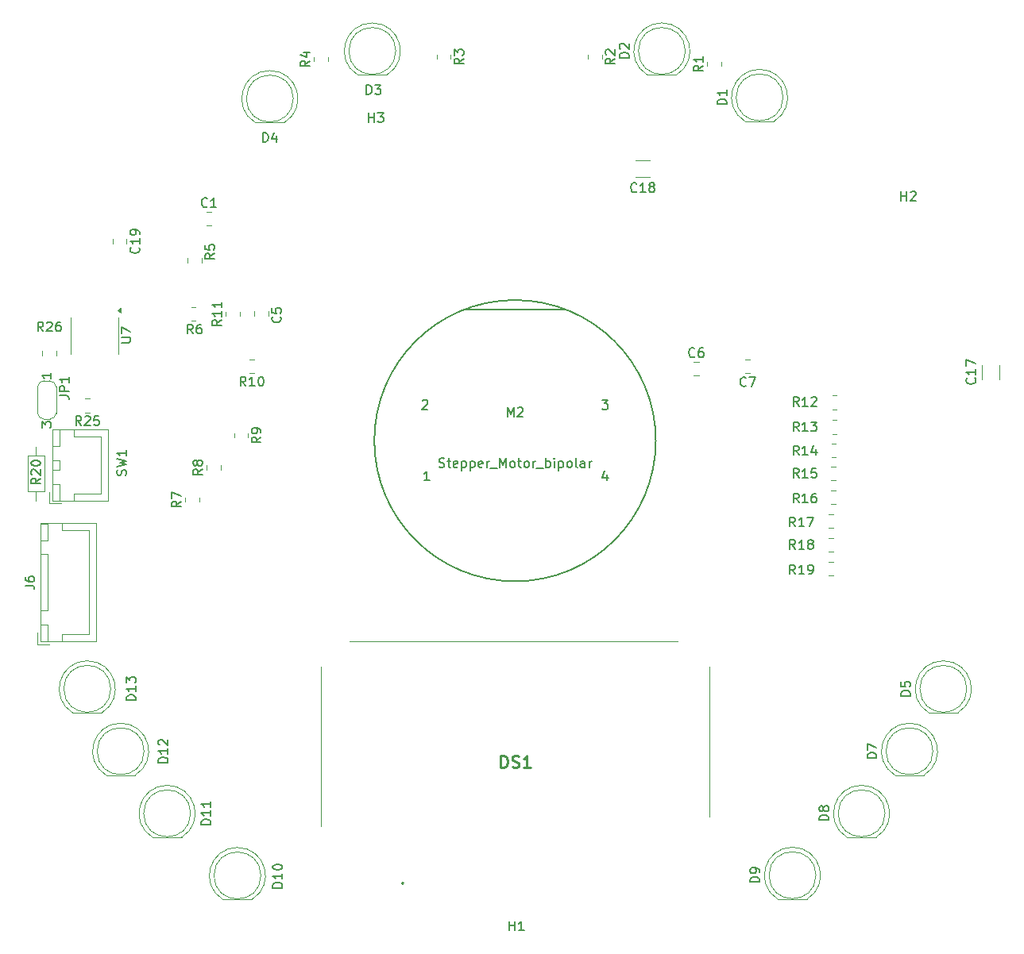
<source format=gbr>
%TF.GenerationSoftware,KiCad,Pcbnew,9.0.2*%
%TF.CreationDate,2025-06-27T21:47:48+01:00*%
%TF.ProjectId,Full_Circuit,46756c6c-5f43-4697-9263-7569742e6b69,rev?*%
%TF.SameCoordinates,Original*%
%TF.FileFunction,Legend,Top*%
%TF.FilePolarity,Positive*%
%FSLAX46Y46*%
G04 Gerber Fmt 4.6, Leading zero omitted, Abs format (unit mm)*
G04 Created by KiCad (PCBNEW 9.0.2) date 2025-06-27 21:47:48*
%MOMM*%
%LPD*%
G01*
G04 APERTURE LIST*
%ADD10C,0.150000*%
%ADD11C,0.254000*%
%ADD12C,0.120000*%
%ADD13C,0.100000*%
%ADD14C,0.200000*%
G04 APERTURE END LIST*
D10*
X128081069Y-125216435D02*
X127081069Y-125216435D01*
X127081069Y-125216435D02*
X127081069Y-124978340D01*
X127081069Y-124978340D02*
X127128688Y-124835483D01*
X127128688Y-124835483D02*
X127223926Y-124740245D01*
X127223926Y-124740245D02*
X127319164Y-124692626D01*
X127319164Y-124692626D02*
X127509640Y-124645007D01*
X127509640Y-124645007D02*
X127652497Y-124645007D01*
X127652497Y-124645007D02*
X127842973Y-124692626D01*
X127842973Y-124692626D02*
X127938211Y-124740245D01*
X127938211Y-124740245D02*
X128033450Y-124835483D01*
X128033450Y-124835483D02*
X128081069Y-124978340D01*
X128081069Y-124978340D02*
X128081069Y-125216435D01*
X128081069Y-123692626D02*
X128081069Y-124264054D01*
X128081069Y-123978340D02*
X127081069Y-123978340D01*
X127081069Y-123978340D02*
X127223926Y-124073578D01*
X127223926Y-124073578D02*
X127319164Y-124168816D01*
X127319164Y-124168816D02*
X127366783Y-124264054D01*
X128081069Y-122740245D02*
X128081069Y-123311673D01*
X128081069Y-123025959D02*
X127081069Y-123025959D01*
X127081069Y-123025959D02*
X127223926Y-123121197D01*
X127223926Y-123121197D02*
X127319164Y-123216435D01*
X127319164Y-123216435D02*
X127366783Y-123311673D01*
X118551819Y-73786904D02*
X119361342Y-73786904D01*
X119361342Y-73786904D02*
X119456580Y-73739285D01*
X119456580Y-73739285D02*
X119504200Y-73691666D01*
X119504200Y-73691666D02*
X119551819Y-73596428D01*
X119551819Y-73596428D02*
X119551819Y-73405952D01*
X119551819Y-73405952D02*
X119504200Y-73310714D01*
X119504200Y-73310714D02*
X119456580Y-73263095D01*
X119456580Y-73263095D02*
X119361342Y-73215476D01*
X119361342Y-73215476D02*
X118551819Y-73215476D01*
X118551819Y-72834523D02*
X118551819Y-72167857D01*
X118551819Y-72167857D02*
X119551819Y-72596428D01*
X190381142Y-98498819D02*
X190047809Y-98022628D01*
X189809714Y-98498819D02*
X189809714Y-97498819D01*
X189809714Y-97498819D02*
X190190666Y-97498819D01*
X190190666Y-97498819D02*
X190285904Y-97546438D01*
X190285904Y-97546438D02*
X190333523Y-97594057D01*
X190333523Y-97594057D02*
X190381142Y-97689295D01*
X190381142Y-97689295D02*
X190381142Y-97832152D01*
X190381142Y-97832152D02*
X190333523Y-97927390D01*
X190333523Y-97927390D02*
X190285904Y-97975009D01*
X190285904Y-97975009D02*
X190190666Y-98022628D01*
X190190666Y-98022628D02*
X189809714Y-98022628D01*
X191333523Y-98498819D02*
X190762095Y-98498819D01*
X191047809Y-98498819D02*
X191047809Y-97498819D01*
X191047809Y-97498819D02*
X190952571Y-97641676D01*
X190952571Y-97641676D02*
X190857333Y-97736914D01*
X190857333Y-97736914D02*
X190762095Y-97784533D01*
X191809714Y-98498819D02*
X192000190Y-98498819D01*
X192000190Y-98498819D02*
X192095428Y-98451200D01*
X192095428Y-98451200D02*
X192143047Y-98403580D01*
X192143047Y-98403580D02*
X192238285Y-98260723D01*
X192238285Y-98260723D02*
X192285904Y-98070247D01*
X192285904Y-98070247D02*
X192285904Y-97689295D01*
X192285904Y-97689295D02*
X192238285Y-97594057D01*
X192238285Y-97594057D02*
X192190666Y-97546438D01*
X192190666Y-97546438D02*
X192095428Y-97498819D01*
X192095428Y-97498819D02*
X191904952Y-97498819D01*
X191904952Y-97498819D02*
X191809714Y-97546438D01*
X191809714Y-97546438D02*
X191762095Y-97594057D01*
X191762095Y-97594057D02*
X191714476Y-97689295D01*
X191714476Y-97689295D02*
X191714476Y-97927390D01*
X191714476Y-97927390D02*
X191762095Y-98022628D01*
X191762095Y-98022628D02*
X191809714Y-98070247D01*
X191809714Y-98070247D02*
X191904952Y-98117866D01*
X191904952Y-98117866D02*
X192095428Y-98117866D01*
X192095428Y-98117866D02*
X192190666Y-98070247D01*
X192190666Y-98070247D02*
X192238285Y-98022628D01*
X192238285Y-98022628D02*
X192285904Y-97927390D01*
X119042200Y-87927332D02*
X119089819Y-87784475D01*
X119089819Y-87784475D02*
X119089819Y-87546380D01*
X119089819Y-87546380D02*
X119042200Y-87451142D01*
X119042200Y-87451142D02*
X118994580Y-87403523D01*
X118994580Y-87403523D02*
X118899342Y-87355904D01*
X118899342Y-87355904D02*
X118804104Y-87355904D01*
X118804104Y-87355904D02*
X118708866Y-87403523D01*
X118708866Y-87403523D02*
X118661247Y-87451142D01*
X118661247Y-87451142D02*
X118613628Y-87546380D01*
X118613628Y-87546380D02*
X118566009Y-87736856D01*
X118566009Y-87736856D02*
X118518390Y-87832094D01*
X118518390Y-87832094D02*
X118470771Y-87879713D01*
X118470771Y-87879713D02*
X118375533Y-87927332D01*
X118375533Y-87927332D02*
X118280295Y-87927332D01*
X118280295Y-87927332D02*
X118185057Y-87879713D01*
X118185057Y-87879713D02*
X118137438Y-87832094D01*
X118137438Y-87832094D02*
X118089819Y-87736856D01*
X118089819Y-87736856D02*
X118089819Y-87498761D01*
X118089819Y-87498761D02*
X118137438Y-87355904D01*
X118089819Y-87022570D02*
X119089819Y-86784475D01*
X119089819Y-86784475D02*
X118375533Y-86593999D01*
X118375533Y-86593999D02*
X119089819Y-86403523D01*
X119089819Y-86403523D02*
X118089819Y-86165428D01*
X119089819Y-85260666D02*
X119089819Y-85832094D01*
X119089819Y-85546380D02*
X118089819Y-85546380D01*
X118089819Y-85546380D02*
X118232676Y-85641618D01*
X118232676Y-85641618D02*
X118327914Y-85736856D01*
X118327914Y-85736856D02*
X118375533Y-85832094D01*
X127722333Y-59258580D02*
X127674714Y-59306200D01*
X127674714Y-59306200D02*
X127531857Y-59353819D01*
X127531857Y-59353819D02*
X127436619Y-59353819D01*
X127436619Y-59353819D02*
X127293762Y-59306200D01*
X127293762Y-59306200D02*
X127198524Y-59210961D01*
X127198524Y-59210961D02*
X127150905Y-59115723D01*
X127150905Y-59115723D02*
X127103286Y-58925247D01*
X127103286Y-58925247D02*
X127103286Y-58782390D01*
X127103286Y-58782390D02*
X127150905Y-58591914D01*
X127150905Y-58591914D02*
X127198524Y-58496676D01*
X127198524Y-58496676D02*
X127293762Y-58401438D01*
X127293762Y-58401438D02*
X127436619Y-58353819D01*
X127436619Y-58353819D02*
X127531857Y-58353819D01*
X127531857Y-58353819D02*
X127674714Y-58401438D01*
X127674714Y-58401438D02*
X127722333Y-58449057D01*
X128674714Y-59353819D02*
X128103286Y-59353819D01*
X128389000Y-59353819D02*
X128389000Y-58353819D01*
X128389000Y-58353819D02*
X128293762Y-58496676D01*
X128293762Y-58496676D02*
X128198524Y-58591914D01*
X128198524Y-58591914D02*
X128103286Y-58639533D01*
X114292142Y-82622819D02*
X113958809Y-82146628D01*
X113720714Y-82622819D02*
X113720714Y-81622819D01*
X113720714Y-81622819D02*
X114101666Y-81622819D01*
X114101666Y-81622819D02*
X114196904Y-81670438D01*
X114196904Y-81670438D02*
X114244523Y-81718057D01*
X114244523Y-81718057D02*
X114292142Y-81813295D01*
X114292142Y-81813295D02*
X114292142Y-81956152D01*
X114292142Y-81956152D02*
X114244523Y-82051390D01*
X114244523Y-82051390D02*
X114196904Y-82099009D01*
X114196904Y-82099009D02*
X114101666Y-82146628D01*
X114101666Y-82146628D02*
X113720714Y-82146628D01*
X114673095Y-81718057D02*
X114720714Y-81670438D01*
X114720714Y-81670438D02*
X114815952Y-81622819D01*
X114815952Y-81622819D02*
X115054047Y-81622819D01*
X115054047Y-81622819D02*
X115149285Y-81670438D01*
X115149285Y-81670438D02*
X115196904Y-81718057D01*
X115196904Y-81718057D02*
X115244523Y-81813295D01*
X115244523Y-81813295D02*
X115244523Y-81908533D01*
X115244523Y-81908533D02*
X115196904Y-82051390D01*
X115196904Y-82051390D02*
X114625476Y-82622819D01*
X114625476Y-82622819D02*
X115244523Y-82622819D01*
X116149285Y-81622819D02*
X115673095Y-81622819D01*
X115673095Y-81622819D02*
X115625476Y-82099009D01*
X115625476Y-82099009D02*
X115673095Y-82051390D01*
X115673095Y-82051390D02*
X115768333Y-82003771D01*
X115768333Y-82003771D02*
X116006428Y-82003771D01*
X116006428Y-82003771D02*
X116101666Y-82051390D01*
X116101666Y-82051390D02*
X116149285Y-82099009D01*
X116149285Y-82099009D02*
X116196904Y-82194247D01*
X116196904Y-82194247D02*
X116196904Y-82432342D01*
X116196904Y-82432342D02*
X116149285Y-82527580D01*
X116149285Y-82527580D02*
X116101666Y-82575200D01*
X116101666Y-82575200D02*
X116006428Y-82622819D01*
X116006428Y-82622819D02*
X115768333Y-82622819D01*
X115768333Y-82622819D02*
X115673095Y-82575200D01*
X115673095Y-82575200D02*
X115625476Y-82527580D01*
X126198333Y-72844819D02*
X125865000Y-72368628D01*
X125626905Y-72844819D02*
X125626905Y-71844819D01*
X125626905Y-71844819D02*
X126007857Y-71844819D01*
X126007857Y-71844819D02*
X126103095Y-71892438D01*
X126103095Y-71892438D02*
X126150714Y-71940057D01*
X126150714Y-71940057D02*
X126198333Y-72035295D01*
X126198333Y-72035295D02*
X126198333Y-72178152D01*
X126198333Y-72178152D02*
X126150714Y-72273390D01*
X126150714Y-72273390D02*
X126103095Y-72321009D01*
X126103095Y-72321009D02*
X126007857Y-72368628D01*
X126007857Y-72368628D02*
X125626905Y-72368628D01*
X127055476Y-71844819D02*
X126865000Y-71844819D01*
X126865000Y-71844819D02*
X126769762Y-71892438D01*
X126769762Y-71892438D02*
X126722143Y-71940057D01*
X126722143Y-71940057D02*
X126626905Y-72082914D01*
X126626905Y-72082914D02*
X126579286Y-72273390D01*
X126579286Y-72273390D02*
X126579286Y-72654342D01*
X126579286Y-72654342D02*
X126626905Y-72749580D01*
X126626905Y-72749580D02*
X126674524Y-72797200D01*
X126674524Y-72797200D02*
X126769762Y-72844819D01*
X126769762Y-72844819D02*
X126960238Y-72844819D01*
X126960238Y-72844819D02*
X127055476Y-72797200D01*
X127055476Y-72797200D02*
X127103095Y-72749580D01*
X127103095Y-72749580D02*
X127150714Y-72654342D01*
X127150714Y-72654342D02*
X127150714Y-72416247D01*
X127150714Y-72416247D02*
X127103095Y-72321009D01*
X127103095Y-72321009D02*
X127055476Y-72273390D01*
X127055476Y-72273390D02*
X126960238Y-72225771D01*
X126960238Y-72225771D02*
X126769762Y-72225771D01*
X126769762Y-72225771D02*
X126674524Y-72273390D01*
X126674524Y-72273390D02*
X126626905Y-72321009D01*
X126626905Y-72321009D02*
X126579286Y-72416247D01*
X190381142Y-95831819D02*
X190047809Y-95355628D01*
X189809714Y-95831819D02*
X189809714Y-94831819D01*
X189809714Y-94831819D02*
X190190666Y-94831819D01*
X190190666Y-94831819D02*
X190285904Y-94879438D01*
X190285904Y-94879438D02*
X190333523Y-94927057D01*
X190333523Y-94927057D02*
X190381142Y-95022295D01*
X190381142Y-95022295D02*
X190381142Y-95165152D01*
X190381142Y-95165152D02*
X190333523Y-95260390D01*
X190333523Y-95260390D02*
X190285904Y-95308009D01*
X190285904Y-95308009D02*
X190190666Y-95355628D01*
X190190666Y-95355628D02*
X189809714Y-95355628D01*
X191333523Y-95831819D02*
X190762095Y-95831819D01*
X191047809Y-95831819D02*
X191047809Y-94831819D01*
X191047809Y-94831819D02*
X190952571Y-94974676D01*
X190952571Y-94974676D02*
X190857333Y-95069914D01*
X190857333Y-95069914D02*
X190762095Y-95117533D01*
X191904952Y-95260390D02*
X191809714Y-95212771D01*
X191809714Y-95212771D02*
X191762095Y-95165152D01*
X191762095Y-95165152D02*
X191714476Y-95069914D01*
X191714476Y-95069914D02*
X191714476Y-95022295D01*
X191714476Y-95022295D02*
X191762095Y-94927057D01*
X191762095Y-94927057D02*
X191809714Y-94879438D01*
X191809714Y-94879438D02*
X191904952Y-94831819D01*
X191904952Y-94831819D02*
X192095428Y-94831819D01*
X192095428Y-94831819D02*
X192190666Y-94879438D01*
X192190666Y-94879438D02*
X192238285Y-94927057D01*
X192238285Y-94927057D02*
X192285904Y-95022295D01*
X192285904Y-95022295D02*
X192285904Y-95069914D01*
X192285904Y-95069914D02*
X192238285Y-95165152D01*
X192238285Y-95165152D02*
X192190666Y-95212771D01*
X192190666Y-95212771D02*
X192095428Y-95260390D01*
X192095428Y-95260390D02*
X191904952Y-95260390D01*
X191904952Y-95260390D02*
X191809714Y-95308009D01*
X191809714Y-95308009D02*
X191762095Y-95355628D01*
X191762095Y-95355628D02*
X191714476Y-95450866D01*
X191714476Y-95450866D02*
X191714476Y-95641342D01*
X191714476Y-95641342D02*
X191762095Y-95736580D01*
X191762095Y-95736580D02*
X191809714Y-95784200D01*
X191809714Y-95784200D02*
X191904952Y-95831819D01*
X191904952Y-95831819D02*
X192095428Y-95831819D01*
X192095428Y-95831819D02*
X192190666Y-95784200D01*
X192190666Y-95784200D02*
X192238285Y-95736580D01*
X192238285Y-95736580D02*
X192285904Y-95641342D01*
X192285904Y-95641342D02*
X192285904Y-95450866D01*
X192285904Y-95450866D02*
X192238285Y-95355628D01*
X192238285Y-95355628D02*
X192190666Y-95308009D01*
X192190666Y-95308009D02*
X192095428Y-95260390D01*
X124915819Y-90717666D02*
X124439628Y-91050999D01*
X124915819Y-91289094D02*
X123915819Y-91289094D01*
X123915819Y-91289094D02*
X123915819Y-90908142D01*
X123915819Y-90908142D02*
X123963438Y-90812904D01*
X123963438Y-90812904D02*
X124011057Y-90765285D01*
X124011057Y-90765285D02*
X124106295Y-90717666D01*
X124106295Y-90717666D02*
X124249152Y-90717666D01*
X124249152Y-90717666D02*
X124344390Y-90765285D01*
X124344390Y-90765285D02*
X124392009Y-90812904D01*
X124392009Y-90812904D02*
X124439628Y-90908142D01*
X124439628Y-90908142D02*
X124439628Y-91289094D01*
X123915819Y-90384332D02*
X123915819Y-89717666D01*
X123915819Y-89717666D02*
X124915819Y-90146237D01*
X159709726Y-81705969D02*
X159709726Y-80705969D01*
X159709726Y-80705969D02*
X160043059Y-81420254D01*
X160043059Y-81420254D02*
X160376392Y-80705969D01*
X160376392Y-80705969D02*
X160376392Y-81705969D01*
X160804964Y-80801207D02*
X160852583Y-80753588D01*
X160852583Y-80753588D02*
X160947821Y-80705969D01*
X160947821Y-80705969D02*
X161185916Y-80705969D01*
X161185916Y-80705969D02*
X161281154Y-80753588D01*
X161281154Y-80753588D02*
X161328773Y-80801207D01*
X161328773Y-80801207D02*
X161376392Y-80896445D01*
X161376392Y-80896445D02*
X161376392Y-80991683D01*
X161376392Y-80991683D02*
X161328773Y-81134540D01*
X161328773Y-81134540D02*
X160757345Y-81705969D01*
X160757345Y-81705969D02*
X161376392Y-81705969D01*
X152424010Y-87058350D02*
X152566867Y-87105969D01*
X152566867Y-87105969D02*
X152804962Y-87105969D01*
X152804962Y-87105969D02*
X152900200Y-87058350D01*
X152900200Y-87058350D02*
X152947819Y-87010730D01*
X152947819Y-87010730D02*
X152995438Y-86915492D01*
X152995438Y-86915492D02*
X152995438Y-86820254D01*
X152995438Y-86820254D02*
X152947819Y-86725016D01*
X152947819Y-86725016D02*
X152900200Y-86677397D01*
X152900200Y-86677397D02*
X152804962Y-86629778D01*
X152804962Y-86629778D02*
X152614486Y-86582159D01*
X152614486Y-86582159D02*
X152519248Y-86534540D01*
X152519248Y-86534540D02*
X152471629Y-86486921D01*
X152471629Y-86486921D02*
X152424010Y-86391683D01*
X152424010Y-86391683D02*
X152424010Y-86296445D01*
X152424010Y-86296445D02*
X152471629Y-86201207D01*
X152471629Y-86201207D02*
X152519248Y-86153588D01*
X152519248Y-86153588D02*
X152614486Y-86105969D01*
X152614486Y-86105969D02*
X152852581Y-86105969D01*
X152852581Y-86105969D02*
X152995438Y-86153588D01*
X153281153Y-86439302D02*
X153662105Y-86439302D01*
X153424010Y-86105969D02*
X153424010Y-86963111D01*
X153424010Y-86963111D02*
X153471629Y-87058350D01*
X153471629Y-87058350D02*
X153566867Y-87105969D01*
X153566867Y-87105969D02*
X153662105Y-87105969D01*
X154376391Y-87058350D02*
X154281153Y-87105969D01*
X154281153Y-87105969D02*
X154090677Y-87105969D01*
X154090677Y-87105969D02*
X153995439Y-87058350D01*
X153995439Y-87058350D02*
X153947820Y-86963111D01*
X153947820Y-86963111D02*
X153947820Y-86582159D01*
X153947820Y-86582159D02*
X153995439Y-86486921D01*
X153995439Y-86486921D02*
X154090677Y-86439302D01*
X154090677Y-86439302D02*
X154281153Y-86439302D01*
X154281153Y-86439302D02*
X154376391Y-86486921D01*
X154376391Y-86486921D02*
X154424010Y-86582159D01*
X154424010Y-86582159D02*
X154424010Y-86677397D01*
X154424010Y-86677397D02*
X153947820Y-86772635D01*
X154852582Y-86439302D02*
X154852582Y-87439302D01*
X154852582Y-86486921D02*
X154947820Y-86439302D01*
X154947820Y-86439302D02*
X155138296Y-86439302D01*
X155138296Y-86439302D02*
X155233534Y-86486921D01*
X155233534Y-86486921D02*
X155281153Y-86534540D01*
X155281153Y-86534540D02*
X155328772Y-86629778D01*
X155328772Y-86629778D02*
X155328772Y-86915492D01*
X155328772Y-86915492D02*
X155281153Y-87010730D01*
X155281153Y-87010730D02*
X155233534Y-87058350D01*
X155233534Y-87058350D02*
X155138296Y-87105969D01*
X155138296Y-87105969D02*
X154947820Y-87105969D01*
X154947820Y-87105969D02*
X154852582Y-87058350D01*
X155757344Y-86439302D02*
X155757344Y-87439302D01*
X155757344Y-86486921D02*
X155852582Y-86439302D01*
X155852582Y-86439302D02*
X156043058Y-86439302D01*
X156043058Y-86439302D02*
X156138296Y-86486921D01*
X156138296Y-86486921D02*
X156185915Y-86534540D01*
X156185915Y-86534540D02*
X156233534Y-86629778D01*
X156233534Y-86629778D02*
X156233534Y-86915492D01*
X156233534Y-86915492D02*
X156185915Y-87010730D01*
X156185915Y-87010730D02*
X156138296Y-87058350D01*
X156138296Y-87058350D02*
X156043058Y-87105969D01*
X156043058Y-87105969D02*
X155852582Y-87105969D01*
X155852582Y-87105969D02*
X155757344Y-87058350D01*
X157043058Y-87058350D02*
X156947820Y-87105969D01*
X156947820Y-87105969D02*
X156757344Y-87105969D01*
X156757344Y-87105969D02*
X156662106Y-87058350D01*
X156662106Y-87058350D02*
X156614487Y-86963111D01*
X156614487Y-86963111D02*
X156614487Y-86582159D01*
X156614487Y-86582159D02*
X156662106Y-86486921D01*
X156662106Y-86486921D02*
X156757344Y-86439302D01*
X156757344Y-86439302D02*
X156947820Y-86439302D01*
X156947820Y-86439302D02*
X157043058Y-86486921D01*
X157043058Y-86486921D02*
X157090677Y-86582159D01*
X157090677Y-86582159D02*
X157090677Y-86677397D01*
X157090677Y-86677397D02*
X156614487Y-86772635D01*
X157519249Y-87105969D02*
X157519249Y-86439302D01*
X157519249Y-86629778D02*
X157566868Y-86534540D01*
X157566868Y-86534540D02*
X157614487Y-86486921D01*
X157614487Y-86486921D02*
X157709725Y-86439302D01*
X157709725Y-86439302D02*
X157804963Y-86439302D01*
X157900202Y-87201207D02*
X158662106Y-87201207D01*
X158900202Y-87105969D02*
X158900202Y-86105969D01*
X158900202Y-86105969D02*
X159233535Y-86820254D01*
X159233535Y-86820254D02*
X159566868Y-86105969D01*
X159566868Y-86105969D02*
X159566868Y-87105969D01*
X160185916Y-87105969D02*
X160090678Y-87058350D01*
X160090678Y-87058350D02*
X160043059Y-87010730D01*
X160043059Y-87010730D02*
X159995440Y-86915492D01*
X159995440Y-86915492D02*
X159995440Y-86629778D01*
X159995440Y-86629778D02*
X160043059Y-86534540D01*
X160043059Y-86534540D02*
X160090678Y-86486921D01*
X160090678Y-86486921D02*
X160185916Y-86439302D01*
X160185916Y-86439302D02*
X160328773Y-86439302D01*
X160328773Y-86439302D02*
X160424011Y-86486921D01*
X160424011Y-86486921D02*
X160471630Y-86534540D01*
X160471630Y-86534540D02*
X160519249Y-86629778D01*
X160519249Y-86629778D02*
X160519249Y-86915492D01*
X160519249Y-86915492D02*
X160471630Y-87010730D01*
X160471630Y-87010730D02*
X160424011Y-87058350D01*
X160424011Y-87058350D02*
X160328773Y-87105969D01*
X160328773Y-87105969D02*
X160185916Y-87105969D01*
X160804964Y-86439302D02*
X161185916Y-86439302D01*
X160947821Y-86105969D02*
X160947821Y-86963111D01*
X160947821Y-86963111D02*
X160995440Y-87058350D01*
X160995440Y-87058350D02*
X161090678Y-87105969D01*
X161090678Y-87105969D02*
X161185916Y-87105969D01*
X161662107Y-87105969D02*
X161566869Y-87058350D01*
X161566869Y-87058350D02*
X161519250Y-87010730D01*
X161519250Y-87010730D02*
X161471631Y-86915492D01*
X161471631Y-86915492D02*
X161471631Y-86629778D01*
X161471631Y-86629778D02*
X161519250Y-86534540D01*
X161519250Y-86534540D02*
X161566869Y-86486921D01*
X161566869Y-86486921D02*
X161662107Y-86439302D01*
X161662107Y-86439302D02*
X161804964Y-86439302D01*
X161804964Y-86439302D02*
X161900202Y-86486921D01*
X161900202Y-86486921D02*
X161947821Y-86534540D01*
X161947821Y-86534540D02*
X161995440Y-86629778D01*
X161995440Y-86629778D02*
X161995440Y-86915492D01*
X161995440Y-86915492D02*
X161947821Y-87010730D01*
X161947821Y-87010730D02*
X161900202Y-87058350D01*
X161900202Y-87058350D02*
X161804964Y-87105969D01*
X161804964Y-87105969D02*
X161662107Y-87105969D01*
X162424012Y-87105969D02*
X162424012Y-86439302D01*
X162424012Y-86629778D02*
X162471631Y-86534540D01*
X162471631Y-86534540D02*
X162519250Y-86486921D01*
X162519250Y-86486921D02*
X162614488Y-86439302D01*
X162614488Y-86439302D02*
X162709726Y-86439302D01*
X162804965Y-87201207D02*
X163566869Y-87201207D01*
X163804965Y-87105969D02*
X163804965Y-86105969D01*
X163804965Y-86486921D02*
X163900203Y-86439302D01*
X163900203Y-86439302D02*
X164090679Y-86439302D01*
X164090679Y-86439302D02*
X164185917Y-86486921D01*
X164185917Y-86486921D02*
X164233536Y-86534540D01*
X164233536Y-86534540D02*
X164281155Y-86629778D01*
X164281155Y-86629778D02*
X164281155Y-86915492D01*
X164281155Y-86915492D02*
X164233536Y-87010730D01*
X164233536Y-87010730D02*
X164185917Y-87058350D01*
X164185917Y-87058350D02*
X164090679Y-87105969D01*
X164090679Y-87105969D02*
X163900203Y-87105969D01*
X163900203Y-87105969D02*
X163804965Y-87058350D01*
X164709727Y-87105969D02*
X164709727Y-86439302D01*
X164709727Y-86105969D02*
X164662108Y-86153588D01*
X164662108Y-86153588D02*
X164709727Y-86201207D01*
X164709727Y-86201207D02*
X164757346Y-86153588D01*
X164757346Y-86153588D02*
X164709727Y-86105969D01*
X164709727Y-86105969D02*
X164709727Y-86201207D01*
X165185917Y-86439302D02*
X165185917Y-87439302D01*
X165185917Y-86486921D02*
X165281155Y-86439302D01*
X165281155Y-86439302D02*
X165471631Y-86439302D01*
X165471631Y-86439302D02*
X165566869Y-86486921D01*
X165566869Y-86486921D02*
X165614488Y-86534540D01*
X165614488Y-86534540D02*
X165662107Y-86629778D01*
X165662107Y-86629778D02*
X165662107Y-86915492D01*
X165662107Y-86915492D02*
X165614488Y-87010730D01*
X165614488Y-87010730D02*
X165566869Y-87058350D01*
X165566869Y-87058350D02*
X165471631Y-87105969D01*
X165471631Y-87105969D02*
X165281155Y-87105969D01*
X165281155Y-87105969D02*
X165185917Y-87058350D01*
X166233536Y-87105969D02*
X166138298Y-87058350D01*
X166138298Y-87058350D02*
X166090679Y-87010730D01*
X166090679Y-87010730D02*
X166043060Y-86915492D01*
X166043060Y-86915492D02*
X166043060Y-86629778D01*
X166043060Y-86629778D02*
X166090679Y-86534540D01*
X166090679Y-86534540D02*
X166138298Y-86486921D01*
X166138298Y-86486921D02*
X166233536Y-86439302D01*
X166233536Y-86439302D02*
X166376393Y-86439302D01*
X166376393Y-86439302D02*
X166471631Y-86486921D01*
X166471631Y-86486921D02*
X166519250Y-86534540D01*
X166519250Y-86534540D02*
X166566869Y-86629778D01*
X166566869Y-86629778D02*
X166566869Y-86915492D01*
X166566869Y-86915492D02*
X166519250Y-87010730D01*
X166519250Y-87010730D02*
X166471631Y-87058350D01*
X166471631Y-87058350D02*
X166376393Y-87105969D01*
X166376393Y-87105969D02*
X166233536Y-87105969D01*
X167138298Y-87105969D02*
X167043060Y-87058350D01*
X167043060Y-87058350D02*
X166995441Y-86963111D01*
X166995441Y-86963111D02*
X166995441Y-86105969D01*
X167947822Y-87105969D02*
X167947822Y-86582159D01*
X167947822Y-86582159D02*
X167900203Y-86486921D01*
X167900203Y-86486921D02*
X167804965Y-86439302D01*
X167804965Y-86439302D02*
X167614489Y-86439302D01*
X167614489Y-86439302D02*
X167519251Y-86486921D01*
X167947822Y-87058350D02*
X167852584Y-87105969D01*
X167852584Y-87105969D02*
X167614489Y-87105969D01*
X167614489Y-87105969D02*
X167519251Y-87058350D01*
X167519251Y-87058350D02*
X167471632Y-86963111D01*
X167471632Y-86963111D02*
X167471632Y-86867873D01*
X167471632Y-86867873D02*
X167519251Y-86772635D01*
X167519251Y-86772635D02*
X167614489Y-86725016D01*
X167614489Y-86725016D02*
X167852584Y-86725016D01*
X167852584Y-86725016D02*
X167947822Y-86677397D01*
X168424013Y-87105969D02*
X168424013Y-86439302D01*
X168424013Y-86629778D02*
X168471632Y-86534540D01*
X168471632Y-86534540D02*
X168519251Y-86486921D01*
X168519251Y-86486921D02*
X168614489Y-86439302D01*
X168614489Y-86439302D02*
X168709727Y-86439302D01*
X151404964Y-88505969D02*
X150833536Y-88505969D01*
X151119250Y-88505969D02*
X151119250Y-87505969D01*
X151119250Y-87505969D02*
X151024012Y-87648826D01*
X151024012Y-87648826D02*
X150928774Y-87744064D01*
X150928774Y-87744064D02*
X150833536Y-87791683D01*
X150633536Y-80001207D02*
X150681155Y-79953588D01*
X150681155Y-79953588D02*
X150776393Y-79905969D01*
X150776393Y-79905969D02*
X151014488Y-79905969D01*
X151014488Y-79905969D02*
X151109726Y-79953588D01*
X151109726Y-79953588D02*
X151157345Y-80001207D01*
X151157345Y-80001207D02*
X151204964Y-80096445D01*
X151204964Y-80096445D02*
X151204964Y-80191683D01*
X151204964Y-80191683D02*
X151157345Y-80334540D01*
X151157345Y-80334540D02*
X150585917Y-80905969D01*
X150585917Y-80905969D02*
X151204964Y-80905969D01*
X169785917Y-79905969D02*
X170404964Y-79905969D01*
X170404964Y-79905969D02*
X170071631Y-80286921D01*
X170071631Y-80286921D02*
X170214488Y-80286921D01*
X170214488Y-80286921D02*
X170309726Y-80334540D01*
X170309726Y-80334540D02*
X170357345Y-80382159D01*
X170357345Y-80382159D02*
X170404964Y-80477397D01*
X170404964Y-80477397D02*
X170404964Y-80715492D01*
X170404964Y-80715492D02*
X170357345Y-80810730D01*
X170357345Y-80810730D02*
X170309726Y-80858350D01*
X170309726Y-80858350D02*
X170214488Y-80905969D01*
X170214488Y-80905969D02*
X169928774Y-80905969D01*
X169928774Y-80905969D02*
X169833536Y-80858350D01*
X169833536Y-80858350D02*
X169785917Y-80810730D01*
X170309726Y-87839302D02*
X170309726Y-88505969D01*
X170071631Y-87458350D02*
X169833536Y-88172635D01*
X169833536Y-88172635D02*
X170452583Y-88172635D01*
X109928819Y-88272857D02*
X109452628Y-88606190D01*
X109928819Y-88844285D02*
X108928819Y-88844285D01*
X108928819Y-88844285D02*
X108928819Y-88463333D01*
X108928819Y-88463333D02*
X108976438Y-88368095D01*
X108976438Y-88368095D02*
X109024057Y-88320476D01*
X109024057Y-88320476D02*
X109119295Y-88272857D01*
X109119295Y-88272857D02*
X109262152Y-88272857D01*
X109262152Y-88272857D02*
X109357390Y-88320476D01*
X109357390Y-88320476D02*
X109405009Y-88368095D01*
X109405009Y-88368095D02*
X109452628Y-88463333D01*
X109452628Y-88463333D02*
X109452628Y-88844285D01*
X109024057Y-87891904D02*
X108976438Y-87844285D01*
X108976438Y-87844285D02*
X108928819Y-87749047D01*
X108928819Y-87749047D02*
X108928819Y-87510952D01*
X108928819Y-87510952D02*
X108976438Y-87415714D01*
X108976438Y-87415714D02*
X109024057Y-87368095D01*
X109024057Y-87368095D02*
X109119295Y-87320476D01*
X109119295Y-87320476D02*
X109214533Y-87320476D01*
X109214533Y-87320476D02*
X109357390Y-87368095D01*
X109357390Y-87368095D02*
X109928819Y-87939523D01*
X109928819Y-87939523D02*
X109928819Y-87320476D01*
X108928819Y-86701428D02*
X108928819Y-86606190D01*
X108928819Y-86606190D02*
X108976438Y-86510952D01*
X108976438Y-86510952D02*
X109024057Y-86463333D01*
X109024057Y-86463333D02*
X109119295Y-86415714D01*
X109119295Y-86415714D02*
X109309771Y-86368095D01*
X109309771Y-86368095D02*
X109547866Y-86368095D01*
X109547866Y-86368095D02*
X109738342Y-86415714D01*
X109738342Y-86415714D02*
X109833580Y-86463333D01*
X109833580Y-86463333D02*
X109881200Y-86510952D01*
X109881200Y-86510952D02*
X109928819Y-86606190D01*
X109928819Y-86606190D02*
X109928819Y-86701428D01*
X109928819Y-86701428D02*
X109881200Y-86796666D01*
X109881200Y-86796666D02*
X109833580Y-86844285D01*
X109833580Y-86844285D02*
X109738342Y-86891904D01*
X109738342Y-86891904D02*
X109547866Y-86939523D01*
X109547866Y-86939523D02*
X109309771Y-86939523D01*
X109309771Y-86939523D02*
X109119295Y-86891904D01*
X109119295Y-86891904D02*
X109024057Y-86844285D01*
X109024057Y-86844285D02*
X108976438Y-86796666D01*
X108976438Y-86796666D02*
X108928819Y-86701428D01*
X127201819Y-87288666D02*
X126725628Y-87621999D01*
X127201819Y-87860094D02*
X126201819Y-87860094D01*
X126201819Y-87860094D02*
X126201819Y-87479142D01*
X126201819Y-87479142D02*
X126249438Y-87383904D01*
X126249438Y-87383904D02*
X126297057Y-87336285D01*
X126297057Y-87336285D02*
X126392295Y-87288666D01*
X126392295Y-87288666D02*
X126535152Y-87288666D01*
X126535152Y-87288666D02*
X126630390Y-87336285D01*
X126630390Y-87336285D02*
X126678009Y-87383904D01*
X126678009Y-87383904D02*
X126725628Y-87479142D01*
X126725628Y-87479142D02*
X126725628Y-87860094D01*
X126630390Y-86717237D02*
X126582771Y-86812475D01*
X126582771Y-86812475D02*
X126535152Y-86860094D01*
X126535152Y-86860094D02*
X126439914Y-86907713D01*
X126439914Y-86907713D02*
X126392295Y-86907713D01*
X126392295Y-86907713D02*
X126297057Y-86860094D01*
X126297057Y-86860094D02*
X126249438Y-86812475D01*
X126249438Y-86812475D02*
X126201819Y-86717237D01*
X126201819Y-86717237D02*
X126201819Y-86526761D01*
X126201819Y-86526761D02*
X126249438Y-86431523D01*
X126249438Y-86431523D02*
X126297057Y-86383904D01*
X126297057Y-86383904D02*
X126392295Y-86336285D01*
X126392295Y-86336285D02*
X126439914Y-86336285D01*
X126439914Y-86336285D02*
X126535152Y-86383904D01*
X126535152Y-86383904D02*
X126582771Y-86431523D01*
X126582771Y-86431523D02*
X126630390Y-86526761D01*
X126630390Y-86526761D02*
X126630390Y-86717237D01*
X126630390Y-86717237D02*
X126678009Y-86812475D01*
X126678009Y-86812475D02*
X126725628Y-86860094D01*
X126725628Y-86860094D02*
X126820866Y-86907713D01*
X126820866Y-86907713D02*
X127011342Y-86907713D01*
X127011342Y-86907713D02*
X127106580Y-86860094D01*
X127106580Y-86860094D02*
X127154200Y-86812475D01*
X127154200Y-86812475D02*
X127201819Y-86717237D01*
X127201819Y-86717237D02*
X127201819Y-86526761D01*
X127201819Y-86526761D02*
X127154200Y-86431523D01*
X127154200Y-86431523D02*
X127106580Y-86383904D01*
X127106580Y-86383904D02*
X127011342Y-86336285D01*
X127011342Y-86336285D02*
X126820866Y-86336285D01*
X126820866Y-86336285D02*
X126725628Y-86383904D01*
X126725628Y-86383904D02*
X126678009Y-86431523D01*
X126678009Y-86431523D02*
X126630390Y-86526761D01*
X190762142Y-88211819D02*
X190428809Y-87735628D01*
X190190714Y-88211819D02*
X190190714Y-87211819D01*
X190190714Y-87211819D02*
X190571666Y-87211819D01*
X190571666Y-87211819D02*
X190666904Y-87259438D01*
X190666904Y-87259438D02*
X190714523Y-87307057D01*
X190714523Y-87307057D02*
X190762142Y-87402295D01*
X190762142Y-87402295D02*
X190762142Y-87545152D01*
X190762142Y-87545152D02*
X190714523Y-87640390D01*
X190714523Y-87640390D02*
X190666904Y-87688009D01*
X190666904Y-87688009D02*
X190571666Y-87735628D01*
X190571666Y-87735628D02*
X190190714Y-87735628D01*
X191714523Y-88211819D02*
X191143095Y-88211819D01*
X191428809Y-88211819D02*
X191428809Y-87211819D01*
X191428809Y-87211819D02*
X191333571Y-87354676D01*
X191333571Y-87354676D02*
X191238333Y-87449914D01*
X191238333Y-87449914D02*
X191143095Y-87497533D01*
X192619285Y-87211819D02*
X192143095Y-87211819D01*
X192143095Y-87211819D02*
X192095476Y-87688009D01*
X192095476Y-87688009D02*
X192143095Y-87640390D01*
X192143095Y-87640390D02*
X192238333Y-87592771D01*
X192238333Y-87592771D02*
X192476428Y-87592771D01*
X192476428Y-87592771D02*
X192571666Y-87640390D01*
X192571666Y-87640390D02*
X192619285Y-87688009D01*
X192619285Y-87688009D02*
X192666904Y-87783247D01*
X192666904Y-87783247D02*
X192666904Y-88021342D01*
X192666904Y-88021342D02*
X192619285Y-88116580D01*
X192619285Y-88116580D02*
X192571666Y-88164200D01*
X192571666Y-88164200D02*
X192476428Y-88211819D01*
X192476428Y-88211819D02*
X192238333Y-88211819D01*
X192238333Y-88211819D02*
X192143095Y-88164200D01*
X192143095Y-88164200D02*
X192095476Y-88116580D01*
X135496330Y-71032666D02*
X135543950Y-71080285D01*
X135543950Y-71080285D02*
X135591569Y-71223142D01*
X135591569Y-71223142D02*
X135591569Y-71318380D01*
X135591569Y-71318380D02*
X135543950Y-71461237D01*
X135543950Y-71461237D02*
X135448711Y-71556475D01*
X135448711Y-71556475D02*
X135353473Y-71604094D01*
X135353473Y-71604094D02*
X135162997Y-71651713D01*
X135162997Y-71651713D02*
X135020140Y-71651713D01*
X135020140Y-71651713D02*
X134829664Y-71604094D01*
X134829664Y-71604094D02*
X134734426Y-71556475D01*
X134734426Y-71556475D02*
X134639188Y-71461237D01*
X134639188Y-71461237D02*
X134591569Y-71318380D01*
X134591569Y-71318380D02*
X134591569Y-71223142D01*
X134591569Y-71223142D02*
X134639188Y-71080285D01*
X134639188Y-71080285D02*
X134686807Y-71032666D01*
X134591569Y-70127904D02*
X134591569Y-70604094D01*
X134591569Y-70604094D02*
X135067759Y-70651713D01*
X135067759Y-70651713D02*
X135020140Y-70604094D01*
X135020140Y-70604094D02*
X134972521Y-70508856D01*
X134972521Y-70508856D02*
X134972521Y-70270761D01*
X134972521Y-70270761D02*
X135020140Y-70175523D01*
X135020140Y-70175523D02*
X135067759Y-70127904D01*
X135067759Y-70127904D02*
X135162997Y-70080285D01*
X135162997Y-70080285D02*
X135401092Y-70080285D01*
X135401092Y-70080285D02*
X135496330Y-70127904D01*
X135496330Y-70127904D02*
X135543950Y-70175523D01*
X135543950Y-70175523D02*
X135591569Y-70270761D01*
X135591569Y-70270761D02*
X135591569Y-70508856D01*
X135591569Y-70508856D02*
X135543950Y-70604094D01*
X135543950Y-70604094D02*
X135496330Y-70651713D01*
X186579669Y-131349244D02*
X185579669Y-131349244D01*
X185579669Y-131349244D02*
X185579669Y-131111149D01*
X185579669Y-131111149D02*
X185627288Y-130968292D01*
X185627288Y-130968292D02*
X185722526Y-130873054D01*
X185722526Y-130873054D02*
X185817764Y-130825435D01*
X185817764Y-130825435D02*
X186008240Y-130777816D01*
X186008240Y-130777816D02*
X186151097Y-130777816D01*
X186151097Y-130777816D02*
X186341573Y-130825435D01*
X186341573Y-130825435D02*
X186436811Y-130873054D01*
X186436811Y-130873054D02*
X186532050Y-130968292D01*
X186532050Y-130968292D02*
X186579669Y-131111149D01*
X186579669Y-131111149D02*
X186579669Y-131349244D01*
X186579669Y-130301625D02*
X186579669Y-130111149D01*
X186579669Y-130111149D02*
X186532050Y-130015911D01*
X186532050Y-130015911D02*
X186484430Y-129968292D01*
X186484430Y-129968292D02*
X186341573Y-129873054D01*
X186341573Y-129873054D02*
X186151097Y-129825435D01*
X186151097Y-129825435D02*
X185770145Y-129825435D01*
X185770145Y-129825435D02*
X185674907Y-129873054D01*
X185674907Y-129873054D02*
X185627288Y-129920673D01*
X185627288Y-129920673D02*
X185579669Y-130015911D01*
X185579669Y-130015911D02*
X185579669Y-130206387D01*
X185579669Y-130206387D02*
X185627288Y-130301625D01*
X185627288Y-130301625D02*
X185674907Y-130349244D01*
X185674907Y-130349244D02*
X185770145Y-130396863D01*
X185770145Y-130396863D02*
X186008240Y-130396863D01*
X186008240Y-130396863D02*
X186103478Y-130349244D01*
X186103478Y-130349244D02*
X186151097Y-130301625D01*
X186151097Y-130301625D02*
X186198716Y-130206387D01*
X186198716Y-130206387D02*
X186198716Y-130015911D01*
X186198716Y-130015911D02*
X186151097Y-129920673D01*
X186151097Y-129920673D02*
X186103478Y-129873054D01*
X186103478Y-129873054D02*
X186008240Y-129825435D01*
X199051069Y-118115844D02*
X198051069Y-118115844D01*
X198051069Y-118115844D02*
X198051069Y-117877749D01*
X198051069Y-117877749D02*
X198098688Y-117734892D01*
X198098688Y-117734892D02*
X198193926Y-117639654D01*
X198193926Y-117639654D02*
X198289164Y-117592035D01*
X198289164Y-117592035D02*
X198479640Y-117544416D01*
X198479640Y-117544416D02*
X198622497Y-117544416D01*
X198622497Y-117544416D02*
X198812973Y-117592035D01*
X198812973Y-117592035D02*
X198908211Y-117639654D01*
X198908211Y-117639654D02*
X199003450Y-117734892D01*
X199003450Y-117734892D02*
X199051069Y-117877749D01*
X199051069Y-117877749D02*
X199051069Y-118115844D01*
X198051069Y-117211082D02*
X198051069Y-116544416D01*
X198051069Y-116544416D02*
X199051069Y-116972987D01*
X111976819Y-79446333D02*
X112691104Y-79446333D01*
X112691104Y-79446333D02*
X112833961Y-79493952D01*
X112833961Y-79493952D02*
X112929200Y-79589190D01*
X112929200Y-79589190D02*
X112976819Y-79732047D01*
X112976819Y-79732047D02*
X112976819Y-79827285D01*
X112976819Y-78970142D02*
X111976819Y-78970142D01*
X111976819Y-78970142D02*
X111976819Y-78589190D01*
X111976819Y-78589190D02*
X112024438Y-78493952D01*
X112024438Y-78493952D02*
X112072057Y-78446333D01*
X112072057Y-78446333D02*
X112167295Y-78398714D01*
X112167295Y-78398714D02*
X112310152Y-78398714D01*
X112310152Y-78398714D02*
X112405390Y-78446333D01*
X112405390Y-78446333D02*
X112453009Y-78493952D01*
X112453009Y-78493952D02*
X112500628Y-78589190D01*
X112500628Y-78589190D02*
X112500628Y-78970142D01*
X112976819Y-77446333D02*
X112976819Y-78017761D01*
X112976819Y-77732047D02*
X111976819Y-77732047D01*
X111976819Y-77732047D02*
X112119676Y-77827285D01*
X112119676Y-77827285D02*
X112214914Y-77922523D01*
X112214914Y-77922523D02*
X112262533Y-78017761D01*
X111071819Y-77027285D02*
X111071819Y-77598713D01*
X111071819Y-77312999D02*
X110071819Y-77312999D01*
X110071819Y-77312999D02*
X110214676Y-77408237D01*
X110214676Y-77408237D02*
X110309914Y-77503475D01*
X110309914Y-77503475D02*
X110357533Y-77598713D01*
X110071819Y-82846332D02*
X110071819Y-82227285D01*
X110071819Y-82227285D02*
X110452771Y-82560618D01*
X110452771Y-82560618D02*
X110452771Y-82417761D01*
X110452771Y-82417761D02*
X110500390Y-82322523D01*
X110500390Y-82322523D02*
X110548009Y-82274904D01*
X110548009Y-82274904D02*
X110643247Y-82227285D01*
X110643247Y-82227285D02*
X110881342Y-82227285D01*
X110881342Y-82227285D02*
X110976580Y-82274904D01*
X110976580Y-82274904D02*
X111024200Y-82322523D01*
X111024200Y-82322523D02*
X111071819Y-82417761D01*
X111071819Y-82417761D02*
X111071819Y-82703475D01*
X111071819Y-82703475D02*
X111024200Y-82798713D01*
X111024200Y-82798713D02*
X110976580Y-82846332D01*
X180557819Y-44235666D02*
X180081628Y-44568999D01*
X180557819Y-44807094D02*
X179557819Y-44807094D01*
X179557819Y-44807094D02*
X179557819Y-44426142D01*
X179557819Y-44426142D02*
X179605438Y-44330904D01*
X179605438Y-44330904D02*
X179653057Y-44283285D01*
X179653057Y-44283285D02*
X179748295Y-44235666D01*
X179748295Y-44235666D02*
X179891152Y-44235666D01*
X179891152Y-44235666D02*
X179986390Y-44283285D01*
X179986390Y-44283285D02*
X180034009Y-44330904D01*
X180034009Y-44330904D02*
X180081628Y-44426142D01*
X180081628Y-44426142D02*
X180081628Y-44807094D01*
X180557819Y-43283285D02*
X180557819Y-43854713D01*
X180557819Y-43568999D02*
X179557819Y-43568999D01*
X179557819Y-43568999D02*
X179700676Y-43664237D01*
X179700676Y-43664237D02*
X179795914Y-43759475D01*
X179795914Y-43759475D02*
X179843533Y-43854713D01*
X144907095Y-50279819D02*
X144907095Y-49279819D01*
X144907095Y-49756009D02*
X145478523Y-49756009D01*
X145478523Y-50279819D02*
X145478523Y-49279819D01*
X145859476Y-49279819D02*
X146478523Y-49279819D01*
X146478523Y-49279819D02*
X146145190Y-49660771D01*
X146145190Y-49660771D02*
X146288047Y-49660771D01*
X146288047Y-49660771D02*
X146383285Y-49708390D01*
X146383285Y-49708390D02*
X146430904Y-49756009D01*
X146430904Y-49756009D02*
X146478523Y-49851247D01*
X146478523Y-49851247D02*
X146478523Y-50089342D01*
X146478523Y-50089342D02*
X146430904Y-50184580D01*
X146430904Y-50184580D02*
X146383285Y-50232200D01*
X146383285Y-50232200D02*
X146288047Y-50279819D01*
X146288047Y-50279819D02*
X146002333Y-50279819D01*
X146002333Y-50279819D02*
X145907095Y-50232200D01*
X145907095Y-50232200D02*
X145859476Y-50184580D01*
X202657869Y-111461044D02*
X201657869Y-111461044D01*
X201657869Y-111461044D02*
X201657869Y-111222949D01*
X201657869Y-111222949D02*
X201705488Y-111080092D01*
X201705488Y-111080092D02*
X201800726Y-110984854D01*
X201800726Y-110984854D02*
X201895964Y-110937235D01*
X201895964Y-110937235D02*
X202086440Y-110889616D01*
X202086440Y-110889616D02*
X202229297Y-110889616D01*
X202229297Y-110889616D02*
X202419773Y-110937235D01*
X202419773Y-110937235D02*
X202515011Y-110984854D01*
X202515011Y-110984854D02*
X202610250Y-111080092D01*
X202610250Y-111080092D02*
X202657869Y-111222949D01*
X202657869Y-111222949D02*
X202657869Y-111461044D01*
X201657869Y-109984854D02*
X201657869Y-110461044D01*
X201657869Y-110461044D02*
X202134059Y-110508663D01*
X202134059Y-110508663D02*
X202086440Y-110461044D01*
X202086440Y-110461044D02*
X202038821Y-110365806D01*
X202038821Y-110365806D02*
X202038821Y-110127711D01*
X202038821Y-110127711D02*
X202086440Y-110032473D01*
X202086440Y-110032473D02*
X202134059Y-109984854D01*
X202134059Y-109984854D02*
X202229297Y-109937235D01*
X202229297Y-109937235D02*
X202467392Y-109937235D01*
X202467392Y-109937235D02*
X202562630Y-109984854D01*
X202562630Y-109984854D02*
X202610250Y-110032473D01*
X202610250Y-110032473D02*
X202657869Y-110127711D01*
X202657869Y-110127711D02*
X202657869Y-110365806D01*
X202657869Y-110365806D02*
X202610250Y-110461044D01*
X202610250Y-110461044D02*
X202562630Y-110508663D01*
X120403580Y-63634857D02*
X120451200Y-63682476D01*
X120451200Y-63682476D02*
X120498819Y-63825333D01*
X120498819Y-63825333D02*
X120498819Y-63920571D01*
X120498819Y-63920571D02*
X120451200Y-64063428D01*
X120451200Y-64063428D02*
X120355961Y-64158666D01*
X120355961Y-64158666D02*
X120260723Y-64206285D01*
X120260723Y-64206285D02*
X120070247Y-64253904D01*
X120070247Y-64253904D02*
X119927390Y-64253904D01*
X119927390Y-64253904D02*
X119736914Y-64206285D01*
X119736914Y-64206285D02*
X119641676Y-64158666D01*
X119641676Y-64158666D02*
X119546438Y-64063428D01*
X119546438Y-64063428D02*
X119498819Y-63920571D01*
X119498819Y-63920571D02*
X119498819Y-63825333D01*
X119498819Y-63825333D02*
X119546438Y-63682476D01*
X119546438Y-63682476D02*
X119594057Y-63634857D01*
X120498819Y-62682476D02*
X120498819Y-63253904D01*
X120498819Y-62968190D02*
X119498819Y-62968190D01*
X119498819Y-62968190D02*
X119641676Y-63063428D01*
X119641676Y-63063428D02*
X119736914Y-63158666D01*
X119736914Y-63158666D02*
X119784533Y-63253904D01*
X120498819Y-62206285D02*
X120498819Y-62015809D01*
X120498819Y-62015809D02*
X120451200Y-61920571D01*
X120451200Y-61920571D02*
X120403580Y-61872952D01*
X120403580Y-61872952D02*
X120260723Y-61777714D01*
X120260723Y-61777714D02*
X120070247Y-61730095D01*
X120070247Y-61730095D02*
X119689295Y-61730095D01*
X119689295Y-61730095D02*
X119594057Y-61777714D01*
X119594057Y-61777714D02*
X119546438Y-61825333D01*
X119546438Y-61825333D02*
X119498819Y-61920571D01*
X119498819Y-61920571D02*
X119498819Y-62111047D01*
X119498819Y-62111047D02*
X119546438Y-62206285D01*
X119546438Y-62206285D02*
X119594057Y-62253904D01*
X119594057Y-62253904D02*
X119689295Y-62301523D01*
X119689295Y-62301523D02*
X119927390Y-62301523D01*
X119927390Y-62301523D02*
X120022628Y-62253904D01*
X120022628Y-62253904D02*
X120070247Y-62206285D01*
X120070247Y-62206285D02*
X120117866Y-62111047D01*
X120117866Y-62111047D02*
X120117866Y-61920571D01*
X120117866Y-61920571D02*
X120070247Y-61825333D01*
X120070247Y-61825333D02*
X120022628Y-61777714D01*
X120022628Y-61777714D02*
X119927390Y-61730095D01*
X201676095Y-58661819D02*
X201676095Y-57661819D01*
X201676095Y-58138009D02*
X202247523Y-58138009D01*
X202247523Y-58661819D02*
X202247523Y-57661819D01*
X202676095Y-57757057D02*
X202723714Y-57709438D01*
X202723714Y-57709438D02*
X202818952Y-57661819D01*
X202818952Y-57661819D02*
X203057047Y-57661819D01*
X203057047Y-57661819D02*
X203152285Y-57709438D01*
X203152285Y-57709438D02*
X203199904Y-57757057D01*
X203199904Y-57757057D02*
X203247523Y-57852295D01*
X203247523Y-57852295D02*
X203247523Y-57947533D01*
X203247523Y-57947533D02*
X203199904Y-58090390D01*
X203199904Y-58090390D02*
X202628476Y-58661819D01*
X202628476Y-58661819D02*
X203247523Y-58661819D01*
X159909095Y-136512819D02*
X159909095Y-135512819D01*
X159909095Y-135989009D02*
X160480523Y-135989009D01*
X160480523Y-136512819D02*
X160480523Y-135512819D01*
X161480523Y-136512819D02*
X160909095Y-136512819D01*
X161194809Y-136512819D02*
X161194809Y-135512819D01*
X161194809Y-135512819D02*
X161099571Y-135655676D01*
X161099571Y-135655676D02*
X161004333Y-135750914D01*
X161004333Y-135750914D02*
X160909095Y-135798533D01*
X131818142Y-78431819D02*
X131484809Y-77955628D01*
X131246714Y-78431819D02*
X131246714Y-77431819D01*
X131246714Y-77431819D02*
X131627666Y-77431819D01*
X131627666Y-77431819D02*
X131722904Y-77479438D01*
X131722904Y-77479438D02*
X131770523Y-77527057D01*
X131770523Y-77527057D02*
X131818142Y-77622295D01*
X131818142Y-77622295D02*
X131818142Y-77765152D01*
X131818142Y-77765152D02*
X131770523Y-77860390D01*
X131770523Y-77860390D02*
X131722904Y-77908009D01*
X131722904Y-77908009D02*
X131627666Y-77955628D01*
X131627666Y-77955628D02*
X131246714Y-77955628D01*
X132770523Y-78431819D02*
X132199095Y-78431819D01*
X132484809Y-78431819D02*
X132484809Y-77431819D01*
X132484809Y-77431819D02*
X132389571Y-77574676D01*
X132389571Y-77574676D02*
X132294333Y-77669914D01*
X132294333Y-77669914D02*
X132199095Y-77717533D01*
X133389571Y-77431819D02*
X133484809Y-77431819D01*
X133484809Y-77431819D02*
X133580047Y-77479438D01*
X133580047Y-77479438D02*
X133627666Y-77527057D01*
X133627666Y-77527057D02*
X133675285Y-77622295D01*
X133675285Y-77622295D02*
X133722904Y-77812771D01*
X133722904Y-77812771D02*
X133722904Y-78050866D01*
X133722904Y-78050866D02*
X133675285Y-78241342D01*
X133675285Y-78241342D02*
X133627666Y-78336580D01*
X133627666Y-78336580D02*
X133580047Y-78384200D01*
X133580047Y-78384200D02*
X133484809Y-78431819D01*
X133484809Y-78431819D02*
X133389571Y-78431819D01*
X133389571Y-78431819D02*
X133294333Y-78384200D01*
X133294333Y-78384200D02*
X133246714Y-78336580D01*
X133246714Y-78336580D02*
X133199095Y-78241342D01*
X133199095Y-78241342D02*
X133151476Y-78050866D01*
X133151476Y-78050866D02*
X133151476Y-77812771D01*
X133151476Y-77812771D02*
X133199095Y-77622295D01*
X133199095Y-77622295D02*
X133246714Y-77527057D01*
X133246714Y-77527057D02*
X133294333Y-77479438D01*
X133294333Y-77479438D02*
X133389571Y-77431819D01*
X172659819Y-43415094D02*
X171659819Y-43415094D01*
X171659819Y-43415094D02*
X171659819Y-43176999D01*
X171659819Y-43176999D02*
X171707438Y-43034142D01*
X171707438Y-43034142D02*
X171802676Y-42938904D01*
X171802676Y-42938904D02*
X171897914Y-42891285D01*
X171897914Y-42891285D02*
X172088390Y-42843666D01*
X172088390Y-42843666D02*
X172231247Y-42843666D01*
X172231247Y-42843666D02*
X172421723Y-42891285D01*
X172421723Y-42891285D02*
X172516961Y-42938904D01*
X172516961Y-42938904D02*
X172612200Y-43034142D01*
X172612200Y-43034142D02*
X172659819Y-43176999D01*
X172659819Y-43176999D02*
X172659819Y-43415094D01*
X171755057Y-42462713D02*
X171707438Y-42415094D01*
X171707438Y-42415094D02*
X171659819Y-42319856D01*
X171659819Y-42319856D02*
X171659819Y-42081761D01*
X171659819Y-42081761D02*
X171707438Y-41986523D01*
X171707438Y-41986523D02*
X171755057Y-41938904D01*
X171755057Y-41938904D02*
X171850295Y-41891285D01*
X171850295Y-41891285D02*
X171945533Y-41891285D01*
X171945533Y-41891285D02*
X172088390Y-41938904D01*
X172088390Y-41938904D02*
X172659819Y-42510332D01*
X172659819Y-42510332D02*
X172659819Y-41891285D01*
X185126333Y-78366580D02*
X185078714Y-78414200D01*
X185078714Y-78414200D02*
X184935857Y-78461819D01*
X184935857Y-78461819D02*
X184840619Y-78461819D01*
X184840619Y-78461819D02*
X184697762Y-78414200D01*
X184697762Y-78414200D02*
X184602524Y-78318961D01*
X184602524Y-78318961D02*
X184554905Y-78223723D01*
X184554905Y-78223723D02*
X184507286Y-78033247D01*
X184507286Y-78033247D02*
X184507286Y-77890390D01*
X184507286Y-77890390D02*
X184554905Y-77699914D01*
X184554905Y-77699914D02*
X184602524Y-77604676D01*
X184602524Y-77604676D02*
X184697762Y-77509438D01*
X184697762Y-77509438D02*
X184840619Y-77461819D01*
X184840619Y-77461819D02*
X184935857Y-77461819D01*
X184935857Y-77461819D02*
X185078714Y-77509438D01*
X185078714Y-77509438D02*
X185126333Y-77557057D01*
X185459667Y-77461819D02*
X186126333Y-77461819D01*
X186126333Y-77461819D02*
X185697762Y-78461819D01*
X138647819Y-43727666D02*
X138171628Y-44060999D01*
X138647819Y-44299094D02*
X137647819Y-44299094D01*
X137647819Y-44299094D02*
X137647819Y-43918142D01*
X137647819Y-43918142D02*
X137695438Y-43822904D01*
X137695438Y-43822904D02*
X137743057Y-43775285D01*
X137743057Y-43775285D02*
X137838295Y-43727666D01*
X137838295Y-43727666D02*
X137981152Y-43727666D01*
X137981152Y-43727666D02*
X138076390Y-43775285D01*
X138076390Y-43775285D02*
X138124009Y-43822904D01*
X138124009Y-43822904D02*
X138171628Y-43918142D01*
X138171628Y-43918142D02*
X138171628Y-44299094D01*
X137981152Y-42870523D02*
X138647819Y-42870523D01*
X137600200Y-43108618D02*
X138314485Y-43346713D01*
X138314485Y-43346713D02*
X138314485Y-42727666D01*
X144692905Y-47317819D02*
X144692905Y-46317819D01*
X144692905Y-46317819D02*
X144931000Y-46317819D01*
X144931000Y-46317819D02*
X145073857Y-46365438D01*
X145073857Y-46365438D02*
X145169095Y-46460676D01*
X145169095Y-46460676D02*
X145216714Y-46555914D01*
X145216714Y-46555914D02*
X145264333Y-46746390D01*
X145264333Y-46746390D02*
X145264333Y-46889247D01*
X145264333Y-46889247D02*
X145216714Y-47079723D01*
X145216714Y-47079723D02*
X145169095Y-47174961D01*
X145169095Y-47174961D02*
X145073857Y-47270200D01*
X145073857Y-47270200D02*
X144931000Y-47317819D01*
X144931000Y-47317819D02*
X144692905Y-47317819D01*
X145597667Y-46317819D02*
X146216714Y-46317819D01*
X146216714Y-46317819D02*
X145883381Y-46698771D01*
X145883381Y-46698771D02*
X146026238Y-46698771D01*
X146026238Y-46698771D02*
X146121476Y-46746390D01*
X146121476Y-46746390D02*
X146169095Y-46794009D01*
X146169095Y-46794009D02*
X146216714Y-46889247D01*
X146216714Y-46889247D02*
X146216714Y-47127342D01*
X146216714Y-47127342D02*
X146169095Y-47222580D01*
X146169095Y-47222580D02*
X146121476Y-47270200D01*
X146121476Y-47270200D02*
X146026238Y-47317819D01*
X146026238Y-47317819D02*
X145740524Y-47317819D01*
X145740524Y-47317819D02*
X145645286Y-47270200D01*
X145645286Y-47270200D02*
X145597667Y-47222580D01*
X173474142Y-57654580D02*
X173426523Y-57702200D01*
X173426523Y-57702200D02*
X173283666Y-57749819D01*
X173283666Y-57749819D02*
X173188428Y-57749819D01*
X173188428Y-57749819D02*
X173045571Y-57702200D01*
X173045571Y-57702200D02*
X172950333Y-57606961D01*
X172950333Y-57606961D02*
X172902714Y-57511723D01*
X172902714Y-57511723D02*
X172855095Y-57321247D01*
X172855095Y-57321247D02*
X172855095Y-57178390D01*
X172855095Y-57178390D02*
X172902714Y-56987914D01*
X172902714Y-56987914D02*
X172950333Y-56892676D01*
X172950333Y-56892676D02*
X173045571Y-56797438D01*
X173045571Y-56797438D02*
X173188428Y-56749819D01*
X173188428Y-56749819D02*
X173283666Y-56749819D01*
X173283666Y-56749819D02*
X173426523Y-56797438D01*
X173426523Y-56797438D02*
X173474142Y-56845057D01*
X174426523Y-57749819D02*
X173855095Y-57749819D01*
X174140809Y-57749819D02*
X174140809Y-56749819D01*
X174140809Y-56749819D02*
X174045571Y-56892676D01*
X174045571Y-56892676D02*
X173950333Y-56987914D01*
X173950333Y-56987914D02*
X173855095Y-57035533D01*
X174997952Y-57178390D02*
X174902714Y-57130771D01*
X174902714Y-57130771D02*
X174855095Y-57083152D01*
X174855095Y-57083152D02*
X174807476Y-56987914D01*
X174807476Y-56987914D02*
X174807476Y-56940295D01*
X174807476Y-56940295D02*
X174855095Y-56845057D01*
X174855095Y-56845057D02*
X174902714Y-56797438D01*
X174902714Y-56797438D02*
X174997952Y-56749819D01*
X174997952Y-56749819D02*
X175188428Y-56749819D01*
X175188428Y-56749819D02*
X175283666Y-56797438D01*
X175283666Y-56797438D02*
X175331285Y-56845057D01*
X175331285Y-56845057D02*
X175378904Y-56940295D01*
X175378904Y-56940295D02*
X175378904Y-56987914D01*
X175378904Y-56987914D02*
X175331285Y-57083152D01*
X175331285Y-57083152D02*
X175283666Y-57130771D01*
X175283666Y-57130771D02*
X175188428Y-57178390D01*
X175188428Y-57178390D02*
X174997952Y-57178390D01*
X174997952Y-57178390D02*
X174902714Y-57226009D01*
X174902714Y-57226009D02*
X174855095Y-57273628D01*
X174855095Y-57273628D02*
X174807476Y-57368866D01*
X174807476Y-57368866D02*
X174807476Y-57559342D01*
X174807476Y-57559342D02*
X174855095Y-57654580D01*
X174855095Y-57654580D02*
X174902714Y-57702200D01*
X174902714Y-57702200D02*
X174997952Y-57749819D01*
X174997952Y-57749819D02*
X175188428Y-57749819D01*
X175188428Y-57749819D02*
X175283666Y-57702200D01*
X175283666Y-57702200D02*
X175331285Y-57654580D01*
X175331285Y-57654580D02*
X175378904Y-57559342D01*
X175378904Y-57559342D02*
X175378904Y-57368866D01*
X175378904Y-57368866D02*
X175331285Y-57273628D01*
X175331285Y-57273628D02*
X175283666Y-57226009D01*
X175283666Y-57226009D02*
X175188428Y-57178390D01*
X190762142Y-83258819D02*
X190428809Y-82782628D01*
X190190714Y-83258819D02*
X190190714Y-82258819D01*
X190190714Y-82258819D02*
X190571666Y-82258819D01*
X190571666Y-82258819D02*
X190666904Y-82306438D01*
X190666904Y-82306438D02*
X190714523Y-82354057D01*
X190714523Y-82354057D02*
X190762142Y-82449295D01*
X190762142Y-82449295D02*
X190762142Y-82592152D01*
X190762142Y-82592152D02*
X190714523Y-82687390D01*
X190714523Y-82687390D02*
X190666904Y-82735009D01*
X190666904Y-82735009D02*
X190571666Y-82782628D01*
X190571666Y-82782628D02*
X190190714Y-82782628D01*
X191714523Y-83258819D02*
X191143095Y-83258819D01*
X191428809Y-83258819D02*
X191428809Y-82258819D01*
X191428809Y-82258819D02*
X191333571Y-82401676D01*
X191333571Y-82401676D02*
X191238333Y-82496914D01*
X191238333Y-82496914D02*
X191143095Y-82544533D01*
X192047857Y-82258819D02*
X192666904Y-82258819D01*
X192666904Y-82258819D02*
X192333571Y-82639771D01*
X192333571Y-82639771D02*
X192476428Y-82639771D01*
X192476428Y-82639771D02*
X192571666Y-82687390D01*
X192571666Y-82687390D02*
X192619285Y-82735009D01*
X192619285Y-82735009D02*
X192666904Y-82830247D01*
X192666904Y-82830247D02*
X192666904Y-83068342D01*
X192666904Y-83068342D02*
X192619285Y-83163580D01*
X192619285Y-83163580D02*
X192571666Y-83211200D01*
X192571666Y-83211200D02*
X192476428Y-83258819D01*
X192476428Y-83258819D02*
X192190714Y-83258819D01*
X192190714Y-83258819D02*
X192095476Y-83211200D01*
X192095476Y-83211200D02*
X192047857Y-83163580D01*
X155028819Y-43473666D02*
X154552628Y-43806999D01*
X155028819Y-44045094D02*
X154028819Y-44045094D01*
X154028819Y-44045094D02*
X154028819Y-43664142D01*
X154028819Y-43664142D02*
X154076438Y-43568904D01*
X154076438Y-43568904D02*
X154124057Y-43521285D01*
X154124057Y-43521285D02*
X154219295Y-43473666D01*
X154219295Y-43473666D02*
X154362152Y-43473666D01*
X154362152Y-43473666D02*
X154457390Y-43521285D01*
X154457390Y-43521285D02*
X154505009Y-43568904D01*
X154505009Y-43568904D02*
X154552628Y-43664142D01*
X154552628Y-43664142D02*
X154552628Y-44045094D01*
X154028819Y-43140332D02*
X154028819Y-42521285D01*
X154028819Y-42521285D02*
X154409771Y-42854618D01*
X154409771Y-42854618D02*
X154409771Y-42711761D01*
X154409771Y-42711761D02*
X154457390Y-42616523D01*
X154457390Y-42616523D02*
X154505009Y-42568904D01*
X154505009Y-42568904D02*
X154600247Y-42521285D01*
X154600247Y-42521285D02*
X154838342Y-42521285D01*
X154838342Y-42521285D02*
X154933580Y-42568904D01*
X154933580Y-42568904D02*
X154981200Y-42616523D01*
X154981200Y-42616523D02*
X155028819Y-42711761D01*
X155028819Y-42711761D02*
X155028819Y-42997475D01*
X155028819Y-42997475D02*
X154981200Y-43092713D01*
X154981200Y-43092713D02*
X154933580Y-43140332D01*
X190762142Y-85798819D02*
X190428809Y-85322628D01*
X190190714Y-85798819D02*
X190190714Y-84798819D01*
X190190714Y-84798819D02*
X190571666Y-84798819D01*
X190571666Y-84798819D02*
X190666904Y-84846438D01*
X190666904Y-84846438D02*
X190714523Y-84894057D01*
X190714523Y-84894057D02*
X190762142Y-84989295D01*
X190762142Y-84989295D02*
X190762142Y-85132152D01*
X190762142Y-85132152D02*
X190714523Y-85227390D01*
X190714523Y-85227390D02*
X190666904Y-85275009D01*
X190666904Y-85275009D02*
X190571666Y-85322628D01*
X190571666Y-85322628D02*
X190190714Y-85322628D01*
X191714523Y-85798819D02*
X191143095Y-85798819D01*
X191428809Y-85798819D02*
X191428809Y-84798819D01*
X191428809Y-84798819D02*
X191333571Y-84941676D01*
X191333571Y-84941676D02*
X191238333Y-85036914D01*
X191238333Y-85036914D02*
X191143095Y-85084533D01*
X192571666Y-85132152D02*
X192571666Y-85798819D01*
X192333571Y-84751200D02*
X192095476Y-85465485D01*
X192095476Y-85465485D02*
X192714523Y-85465485D01*
X135701069Y-131947435D02*
X134701069Y-131947435D01*
X134701069Y-131947435D02*
X134701069Y-131709340D01*
X134701069Y-131709340D02*
X134748688Y-131566483D01*
X134748688Y-131566483D02*
X134843926Y-131471245D01*
X134843926Y-131471245D02*
X134939164Y-131423626D01*
X134939164Y-131423626D02*
X135129640Y-131376007D01*
X135129640Y-131376007D02*
X135272497Y-131376007D01*
X135272497Y-131376007D02*
X135462973Y-131423626D01*
X135462973Y-131423626D02*
X135558211Y-131471245D01*
X135558211Y-131471245D02*
X135653450Y-131566483D01*
X135653450Y-131566483D02*
X135701069Y-131709340D01*
X135701069Y-131709340D02*
X135701069Y-131947435D01*
X135701069Y-130423626D02*
X135701069Y-130995054D01*
X135701069Y-130709340D02*
X134701069Y-130709340D01*
X134701069Y-130709340D02*
X134843926Y-130804578D01*
X134843926Y-130804578D02*
X134939164Y-130899816D01*
X134939164Y-130899816D02*
X134986783Y-130995054D01*
X134701069Y-129804578D02*
X134701069Y-129709340D01*
X134701069Y-129709340D02*
X134748688Y-129614102D01*
X134748688Y-129614102D02*
X134796307Y-129566483D01*
X134796307Y-129566483D02*
X134891545Y-129518864D01*
X134891545Y-129518864D02*
X135082021Y-129471245D01*
X135082021Y-129471245D02*
X135320116Y-129471245D01*
X135320116Y-129471245D02*
X135510592Y-129518864D01*
X135510592Y-129518864D02*
X135605830Y-129566483D01*
X135605830Y-129566483D02*
X135653450Y-129614102D01*
X135653450Y-129614102D02*
X135701069Y-129709340D01*
X135701069Y-129709340D02*
X135701069Y-129804578D01*
X135701069Y-129804578D02*
X135653450Y-129899816D01*
X135653450Y-129899816D02*
X135605830Y-129947435D01*
X135605830Y-129947435D02*
X135510592Y-129995054D01*
X135510592Y-129995054D02*
X135320116Y-130042673D01*
X135320116Y-130042673D02*
X135082021Y-130042673D01*
X135082021Y-130042673D02*
X134891545Y-129995054D01*
X134891545Y-129995054D02*
X134796307Y-129947435D01*
X134796307Y-129947435D02*
X134748688Y-129899816D01*
X134748688Y-129899816D02*
X134701069Y-129804578D01*
X190381142Y-93418819D02*
X190047809Y-92942628D01*
X189809714Y-93418819D02*
X189809714Y-92418819D01*
X189809714Y-92418819D02*
X190190666Y-92418819D01*
X190190666Y-92418819D02*
X190285904Y-92466438D01*
X190285904Y-92466438D02*
X190333523Y-92514057D01*
X190333523Y-92514057D02*
X190381142Y-92609295D01*
X190381142Y-92609295D02*
X190381142Y-92752152D01*
X190381142Y-92752152D02*
X190333523Y-92847390D01*
X190333523Y-92847390D02*
X190285904Y-92895009D01*
X190285904Y-92895009D02*
X190190666Y-92942628D01*
X190190666Y-92942628D02*
X189809714Y-92942628D01*
X191333523Y-93418819D02*
X190762095Y-93418819D01*
X191047809Y-93418819D02*
X191047809Y-92418819D01*
X191047809Y-92418819D02*
X190952571Y-92561676D01*
X190952571Y-92561676D02*
X190857333Y-92656914D01*
X190857333Y-92656914D02*
X190762095Y-92704533D01*
X191666857Y-92418819D02*
X192333523Y-92418819D01*
X192333523Y-92418819D02*
X191904952Y-93418819D01*
X171157819Y-43473666D02*
X170681628Y-43806999D01*
X171157819Y-44045094D02*
X170157819Y-44045094D01*
X170157819Y-44045094D02*
X170157819Y-43664142D01*
X170157819Y-43664142D02*
X170205438Y-43568904D01*
X170205438Y-43568904D02*
X170253057Y-43521285D01*
X170253057Y-43521285D02*
X170348295Y-43473666D01*
X170348295Y-43473666D02*
X170491152Y-43473666D01*
X170491152Y-43473666D02*
X170586390Y-43521285D01*
X170586390Y-43521285D02*
X170634009Y-43568904D01*
X170634009Y-43568904D02*
X170681628Y-43664142D01*
X170681628Y-43664142D02*
X170681628Y-44045094D01*
X170253057Y-43092713D02*
X170205438Y-43045094D01*
X170205438Y-43045094D02*
X170157819Y-42949856D01*
X170157819Y-42949856D02*
X170157819Y-42711761D01*
X170157819Y-42711761D02*
X170205438Y-42616523D01*
X170205438Y-42616523D02*
X170253057Y-42568904D01*
X170253057Y-42568904D02*
X170348295Y-42521285D01*
X170348295Y-42521285D02*
X170443533Y-42521285D01*
X170443533Y-42521285D02*
X170586390Y-42568904D01*
X170586390Y-42568904D02*
X171157819Y-43140332D01*
X171157819Y-43140332D02*
X171157819Y-42521285D01*
X129242569Y-71381857D02*
X128766378Y-71715190D01*
X129242569Y-71953285D02*
X128242569Y-71953285D01*
X128242569Y-71953285D02*
X128242569Y-71572333D01*
X128242569Y-71572333D02*
X128290188Y-71477095D01*
X128290188Y-71477095D02*
X128337807Y-71429476D01*
X128337807Y-71429476D02*
X128433045Y-71381857D01*
X128433045Y-71381857D02*
X128575902Y-71381857D01*
X128575902Y-71381857D02*
X128671140Y-71429476D01*
X128671140Y-71429476D02*
X128718759Y-71477095D01*
X128718759Y-71477095D02*
X128766378Y-71572333D01*
X128766378Y-71572333D02*
X128766378Y-71953285D01*
X129242569Y-70429476D02*
X129242569Y-71000904D01*
X129242569Y-70715190D02*
X128242569Y-70715190D01*
X128242569Y-70715190D02*
X128385426Y-70810428D01*
X128385426Y-70810428D02*
X128480664Y-70905666D01*
X128480664Y-70905666D02*
X128528283Y-71000904D01*
X129242569Y-69477095D02*
X129242569Y-70048523D01*
X129242569Y-69762809D02*
X128242569Y-69762809D01*
X128242569Y-69762809D02*
X128385426Y-69858047D01*
X128385426Y-69858047D02*
X128480664Y-69953285D01*
X128480664Y-69953285D02*
X128528283Y-70048523D01*
X110228142Y-72590819D02*
X109894809Y-72114628D01*
X109656714Y-72590819D02*
X109656714Y-71590819D01*
X109656714Y-71590819D02*
X110037666Y-71590819D01*
X110037666Y-71590819D02*
X110132904Y-71638438D01*
X110132904Y-71638438D02*
X110180523Y-71686057D01*
X110180523Y-71686057D02*
X110228142Y-71781295D01*
X110228142Y-71781295D02*
X110228142Y-71924152D01*
X110228142Y-71924152D02*
X110180523Y-72019390D01*
X110180523Y-72019390D02*
X110132904Y-72067009D01*
X110132904Y-72067009D02*
X110037666Y-72114628D01*
X110037666Y-72114628D02*
X109656714Y-72114628D01*
X110609095Y-71686057D02*
X110656714Y-71638438D01*
X110656714Y-71638438D02*
X110751952Y-71590819D01*
X110751952Y-71590819D02*
X110990047Y-71590819D01*
X110990047Y-71590819D02*
X111085285Y-71638438D01*
X111085285Y-71638438D02*
X111132904Y-71686057D01*
X111132904Y-71686057D02*
X111180523Y-71781295D01*
X111180523Y-71781295D02*
X111180523Y-71876533D01*
X111180523Y-71876533D02*
X111132904Y-72019390D01*
X111132904Y-72019390D02*
X110561476Y-72590819D01*
X110561476Y-72590819D02*
X111180523Y-72590819D01*
X112037666Y-71590819D02*
X111847190Y-71590819D01*
X111847190Y-71590819D02*
X111751952Y-71638438D01*
X111751952Y-71638438D02*
X111704333Y-71686057D01*
X111704333Y-71686057D02*
X111609095Y-71828914D01*
X111609095Y-71828914D02*
X111561476Y-72019390D01*
X111561476Y-72019390D02*
X111561476Y-72400342D01*
X111561476Y-72400342D02*
X111609095Y-72495580D01*
X111609095Y-72495580D02*
X111656714Y-72543200D01*
X111656714Y-72543200D02*
X111751952Y-72590819D01*
X111751952Y-72590819D02*
X111942428Y-72590819D01*
X111942428Y-72590819D02*
X112037666Y-72543200D01*
X112037666Y-72543200D02*
X112085285Y-72495580D01*
X112085285Y-72495580D02*
X112132904Y-72400342D01*
X112132904Y-72400342D02*
X112132904Y-72162247D01*
X112132904Y-72162247D02*
X112085285Y-72067009D01*
X112085285Y-72067009D02*
X112037666Y-72019390D01*
X112037666Y-72019390D02*
X111942428Y-71971771D01*
X111942428Y-71971771D02*
X111751952Y-71971771D01*
X111751952Y-71971771D02*
X111656714Y-72019390D01*
X111656714Y-72019390D02*
X111609095Y-72067009D01*
X111609095Y-72067009D02*
X111561476Y-72162247D01*
X128470819Y-64285666D02*
X127994628Y-64618999D01*
X128470819Y-64857094D02*
X127470819Y-64857094D01*
X127470819Y-64857094D02*
X127470819Y-64476142D01*
X127470819Y-64476142D02*
X127518438Y-64380904D01*
X127518438Y-64380904D02*
X127566057Y-64333285D01*
X127566057Y-64333285D02*
X127661295Y-64285666D01*
X127661295Y-64285666D02*
X127804152Y-64285666D01*
X127804152Y-64285666D02*
X127899390Y-64333285D01*
X127899390Y-64333285D02*
X127947009Y-64380904D01*
X127947009Y-64380904D02*
X127994628Y-64476142D01*
X127994628Y-64476142D02*
X127994628Y-64857094D01*
X127470819Y-63380904D02*
X127470819Y-63857094D01*
X127470819Y-63857094D02*
X127947009Y-63904713D01*
X127947009Y-63904713D02*
X127899390Y-63857094D01*
X127899390Y-63857094D02*
X127851771Y-63761856D01*
X127851771Y-63761856D02*
X127851771Y-63523761D01*
X127851771Y-63523761D02*
X127899390Y-63428523D01*
X127899390Y-63428523D02*
X127947009Y-63380904D01*
X127947009Y-63380904D02*
X128042247Y-63333285D01*
X128042247Y-63333285D02*
X128280342Y-63333285D01*
X128280342Y-63333285D02*
X128375580Y-63380904D01*
X128375580Y-63380904D02*
X128423200Y-63428523D01*
X128423200Y-63428523D02*
X128470819Y-63523761D01*
X128470819Y-63523761D02*
X128470819Y-63761856D01*
X128470819Y-63761856D02*
X128423200Y-63857094D01*
X128423200Y-63857094D02*
X128375580Y-63904713D01*
X120080069Y-111932235D02*
X119080069Y-111932235D01*
X119080069Y-111932235D02*
X119080069Y-111694140D01*
X119080069Y-111694140D02*
X119127688Y-111551283D01*
X119127688Y-111551283D02*
X119222926Y-111456045D01*
X119222926Y-111456045D02*
X119318164Y-111408426D01*
X119318164Y-111408426D02*
X119508640Y-111360807D01*
X119508640Y-111360807D02*
X119651497Y-111360807D01*
X119651497Y-111360807D02*
X119841973Y-111408426D01*
X119841973Y-111408426D02*
X119937211Y-111456045D01*
X119937211Y-111456045D02*
X120032450Y-111551283D01*
X120032450Y-111551283D02*
X120080069Y-111694140D01*
X120080069Y-111694140D02*
X120080069Y-111932235D01*
X120080069Y-110408426D02*
X120080069Y-110979854D01*
X120080069Y-110694140D02*
X119080069Y-110694140D01*
X119080069Y-110694140D02*
X119222926Y-110789378D01*
X119222926Y-110789378D02*
X119318164Y-110884616D01*
X119318164Y-110884616D02*
X119365783Y-110979854D01*
X119080069Y-110075092D02*
X119080069Y-109456045D01*
X119080069Y-109456045D02*
X119461021Y-109789378D01*
X119461021Y-109789378D02*
X119461021Y-109646521D01*
X119461021Y-109646521D02*
X119508640Y-109551283D01*
X119508640Y-109551283D02*
X119556259Y-109503664D01*
X119556259Y-109503664D02*
X119651497Y-109456045D01*
X119651497Y-109456045D02*
X119889592Y-109456045D01*
X119889592Y-109456045D02*
X119984830Y-109503664D01*
X119984830Y-109503664D02*
X120032450Y-109551283D01*
X120032450Y-109551283D02*
X120080069Y-109646521D01*
X120080069Y-109646521D02*
X120080069Y-109932235D01*
X120080069Y-109932235D02*
X120032450Y-110027473D01*
X120032450Y-110027473D02*
X119984830Y-110075092D01*
X108299819Y-99714333D02*
X109014104Y-99714333D01*
X109014104Y-99714333D02*
X109156961Y-99761952D01*
X109156961Y-99761952D02*
X109252200Y-99857190D01*
X109252200Y-99857190D02*
X109299819Y-100000047D01*
X109299819Y-100000047D02*
X109299819Y-100095285D01*
X108299819Y-98809571D02*
X108299819Y-99000047D01*
X108299819Y-99000047D02*
X108347438Y-99095285D01*
X108347438Y-99095285D02*
X108395057Y-99142904D01*
X108395057Y-99142904D02*
X108537914Y-99238142D01*
X108537914Y-99238142D02*
X108728390Y-99285761D01*
X108728390Y-99285761D02*
X109109342Y-99285761D01*
X109109342Y-99285761D02*
X109204580Y-99238142D01*
X109204580Y-99238142D02*
X109252200Y-99190523D01*
X109252200Y-99190523D02*
X109299819Y-99095285D01*
X109299819Y-99095285D02*
X109299819Y-98904809D01*
X109299819Y-98904809D02*
X109252200Y-98809571D01*
X109252200Y-98809571D02*
X109204580Y-98761952D01*
X109204580Y-98761952D02*
X109109342Y-98714333D01*
X109109342Y-98714333D02*
X108871247Y-98714333D01*
X108871247Y-98714333D02*
X108776009Y-98761952D01*
X108776009Y-98761952D02*
X108728390Y-98809571D01*
X108728390Y-98809571D02*
X108680771Y-98904809D01*
X108680771Y-98904809D02*
X108680771Y-99095285D01*
X108680771Y-99095285D02*
X108728390Y-99190523D01*
X108728390Y-99190523D02*
X108776009Y-99238142D01*
X108776009Y-99238142D02*
X108871247Y-99285761D01*
X190762142Y-80591819D02*
X190428809Y-80115628D01*
X190190714Y-80591819D02*
X190190714Y-79591819D01*
X190190714Y-79591819D02*
X190571666Y-79591819D01*
X190571666Y-79591819D02*
X190666904Y-79639438D01*
X190666904Y-79639438D02*
X190714523Y-79687057D01*
X190714523Y-79687057D02*
X190762142Y-79782295D01*
X190762142Y-79782295D02*
X190762142Y-79925152D01*
X190762142Y-79925152D02*
X190714523Y-80020390D01*
X190714523Y-80020390D02*
X190666904Y-80068009D01*
X190666904Y-80068009D02*
X190571666Y-80115628D01*
X190571666Y-80115628D02*
X190190714Y-80115628D01*
X191714523Y-80591819D02*
X191143095Y-80591819D01*
X191428809Y-80591819D02*
X191428809Y-79591819D01*
X191428809Y-79591819D02*
X191333571Y-79734676D01*
X191333571Y-79734676D02*
X191238333Y-79829914D01*
X191238333Y-79829914D02*
X191143095Y-79877533D01*
X192095476Y-79687057D02*
X192143095Y-79639438D01*
X192143095Y-79639438D02*
X192238333Y-79591819D01*
X192238333Y-79591819D02*
X192476428Y-79591819D01*
X192476428Y-79591819D02*
X192571666Y-79639438D01*
X192571666Y-79639438D02*
X192619285Y-79687057D01*
X192619285Y-79687057D02*
X192666904Y-79782295D01*
X192666904Y-79782295D02*
X192666904Y-79877533D01*
X192666904Y-79877533D02*
X192619285Y-80020390D01*
X192619285Y-80020390D02*
X192047857Y-80591819D01*
X192047857Y-80591819D02*
X192666904Y-80591819D01*
D11*
X159002506Y-119115468D02*
X159002506Y-117845468D01*
X159002506Y-117845468D02*
X159304887Y-117845468D01*
X159304887Y-117845468D02*
X159486316Y-117905944D01*
X159486316Y-117905944D02*
X159607268Y-118026896D01*
X159607268Y-118026896D02*
X159667745Y-118147849D01*
X159667745Y-118147849D02*
X159728221Y-118389753D01*
X159728221Y-118389753D02*
X159728221Y-118571182D01*
X159728221Y-118571182D02*
X159667745Y-118813087D01*
X159667745Y-118813087D02*
X159607268Y-118934039D01*
X159607268Y-118934039D02*
X159486316Y-119054992D01*
X159486316Y-119054992D02*
X159304887Y-119115468D01*
X159304887Y-119115468D02*
X159002506Y-119115468D01*
X160212030Y-119054992D02*
X160393459Y-119115468D01*
X160393459Y-119115468D02*
X160695840Y-119115468D01*
X160695840Y-119115468D02*
X160816792Y-119054992D01*
X160816792Y-119054992D02*
X160877268Y-118994515D01*
X160877268Y-118994515D02*
X160937745Y-118873563D01*
X160937745Y-118873563D02*
X160937745Y-118752611D01*
X160937745Y-118752611D02*
X160877268Y-118631658D01*
X160877268Y-118631658D02*
X160816792Y-118571182D01*
X160816792Y-118571182D02*
X160695840Y-118510706D01*
X160695840Y-118510706D02*
X160453935Y-118450230D01*
X160453935Y-118450230D02*
X160332983Y-118389753D01*
X160332983Y-118389753D02*
X160272506Y-118329277D01*
X160272506Y-118329277D02*
X160212030Y-118208325D01*
X160212030Y-118208325D02*
X160212030Y-118087372D01*
X160212030Y-118087372D02*
X160272506Y-117966420D01*
X160272506Y-117966420D02*
X160332983Y-117905944D01*
X160332983Y-117905944D02*
X160453935Y-117845468D01*
X160453935Y-117845468D02*
X160756316Y-117845468D01*
X160756316Y-117845468D02*
X160937745Y-117905944D01*
X162147269Y-119115468D02*
X161421554Y-119115468D01*
X161784411Y-119115468D02*
X161784411Y-117845468D01*
X161784411Y-117845468D02*
X161663459Y-118026896D01*
X161663459Y-118026896D02*
X161542507Y-118147849D01*
X161542507Y-118147849D02*
X161421554Y-118208325D01*
D10*
X179665333Y-75260580D02*
X179617714Y-75308200D01*
X179617714Y-75308200D02*
X179474857Y-75355819D01*
X179474857Y-75355819D02*
X179379619Y-75355819D01*
X179379619Y-75355819D02*
X179236762Y-75308200D01*
X179236762Y-75308200D02*
X179141524Y-75212961D01*
X179141524Y-75212961D02*
X179093905Y-75117723D01*
X179093905Y-75117723D02*
X179046286Y-74927247D01*
X179046286Y-74927247D02*
X179046286Y-74784390D01*
X179046286Y-74784390D02*
X179093905Y-74593914D01*
X179093905Y-74593914D02*
X179141524Y-74498676D01*
X179141524Y-74498676D02*
X179236762Y-74403438D01*
X179236762Y-74403438D02*
X179379619Y-74355819D01*
X179379619Y-74355819D02*
X179474857Y-74355819D01*
X179474857Y-74355819D02*
X179617714Y-74403438D01*
X179617714Y-74403438D02*
X179665333Y-74451057D01*
X180522476Y-74355819D02*
X180332000Y-74355819D01*
X180332000Y-74355819D02*
X180236762Y-74403438D01*
X180236762Y-74403438D02*
X180189143Y-74451057D01*
X180189143Y-74451057D02*
X180093905Y-74593914D01*
X180093905Y-74593914D02*
X180046286Y-74784390D01*
X180046286Y-74784390D02*
X180046286Y-75165342D01*
X180046286Y-75165342D02*
X180093905Y-75260580D01*
X180093905Y-75260580D02*
X180141524Y-75308200D01*
X180141524Y-75308200D02*
X180236762Y-75355819D01*
X180236762Y-75355819D02*
X180427238Y-75355819D01*
X180427238Y-75355819D02*
X180522476Y-75308200D01*
X180522476Y-75308200D02*
X180570095Y-75260580D01*
X180570095Y-75260580D02*
X180617714Y-75165342D01*
X180617714Y-75165342D02*
X180617714Y-74927247D01*
X180617714Y-74927247D02*
X180570095Y-74832009D01*
X180570095Y-74832009D02*
X180522476Y-74784390D01*
X180522476Y-74784390D02*
X180427238Y-74736771D01*
X180427238Y-74736771D02*
X180236762Y-74736771D01*
X180236762Y-74736771D02*
X180141524Y-74784390D01*
X180141524Y-74784390D02*
X180093905Y-74832009D01*
X180093905Y-74832009D02*
X180046286Y-74927247D01*
X123509069Y-118587035D02*
X122509069Y-118587035D01*
X122509069Y-118587035D02*
X122509069Y-118348940D01*
X122509069Y-118348940D02*
X122556688Y-118206083D01*
X122556688Y-118206083D02*
X122651926Y-118110845D01*
X122651926Y-118110845D02*
X122747164Y-118063226D01*
X122747164Y-118063226D02*
X122937640Y-118015607D01*
X122937640Y-118015607D02*
X123080497Y-118015607D01*
X123080497Y-118015607D02*
X123270973Y-118063226D01*
X123270973Y-118063226D02*
X123366211Y-118110845D01*
X123366211Y-118110845D02*
X123461450Y-118206083D01*
X123461450Y-118206083D02*
X123509069Y-118348940D01*
X123509069Y-118348940D02*
X123509069Y-118587035D01*
X123509069Y-117063226D02*
X123509069Y-117634654D01*
X123509069Y-117348940D02*
X122509069Y-117348940D01*
X122509069Y-117348940D02*
X122651926Y-117444178D01*
X122651926Y-117444178D02*
X122747164Y-117539416D01*
X122747164Y-117539416D02*
X122794783Y-117634654D01*
X122604307Y-116682273D02*
X122556688Y-116634654D01*
X122556688Y-116634654D02*
X122509069Y-116539416D01*
X122509069Y-116539416D02*
X122509069Y-116301321D01*
X122509069Y-116301321D02*
X122556688Y-116206083D01*
X122556688Y-116206083D02*
X122604307Y-116158464D01*
X122604307Y-116158464D02*
X122699545Y-116110845D01*
X122699545Y-116110845D02*
X122794783Y-116110845D01*
X122794783Y-116110845D02*
X122937640Y-116158464D01*
X122937640Y-116158464D02*
X123509069Y-116729892D01*
X123509069Y-116729892D02*
X123509069Y-116110845D01*
X190762142Y-90878819D02*
X190428809Y-90402628D01*
X190190714Y-90878819D02*
X190190714Y-89878819D01*
X190190714Y-89878819D02*
X190571666Y-89878819D01*
X190571666Y-89878819D02*
X190666904Y-89926438D01*
X190666904Y-89926438D02*
X190714523Y-89974057D01*
X190714523Y-89974057D02*
X190762142Y-90069295D01*
X190762142Y-90069295D02*
X190762142Y-90212152D01*
X190762142Y-90212152D02*
X190714523Y-90307390D01*
X190714523Y-90307390D02*
X190666904Y-90355009D01*
X190666904Y-90355009D02*
X190571666Y-90402628D01*
X190571666Y-90402628D02*
X190190714Y-90402628D01*
X191714523Y-90878819D02*
X191143095Y-90878819D01*
X191428809Y-90878819D02*
X191428809Y-89878819D01*
X191428809Y-89878819D02*
X191333571Y-90021676D01*
X191333571Y-90021676D02*
X191238333Y-90116914D01*
X191238333Y-90116914D02*
X191143095Y-90164533D01*
X192571666Y-89878819D02*
X192381190Y-89878819D01*
X192381190Y-89878819D02*
X192285952Y-89926438D01*
X192285952Y-89926438D02*
X192238333Y-89974057D01*
X192238333Y-89974057D02*
X192143095Y-90116914D01*
X192143095Y-90116914D02*
X192095476Y-90307390D01*
X192095476Y-90307390D02*
X192095476Y-90688342D01*
X192095476Y-90688342D02*
X192143095Y-90783580D01*
X192143095Y-90783580D02*
X192190714Y-90831200D01*
X192190714Y-90831200D02*
X192285952Y-90878819D01*
X192285952Y-90878819D02*
X192476428Y-90878819D01*
X192476428Y-90878819D02*
X192571666Y-90831200D01*
X192571666Y-90831200D02*
X192619285Y-90783580D01*
X192619285Y-90783580D02*
X192666904Y-90688342D01*
X192666904Y-90688342D02*
X192666904Y-90450247D01*
X192666904Y-90450247D02*
X192619285Y-90355009D01*
X192619285Y-90355009D02*
X192571666Y-90307390D01*
X192571666Y-90307390D02*
X192476428Y-90259771D01*
X192476428Y-90259771D02*
X192285952Y-90259771D01*
X192285952Y-90259771D02*
X192190714Y-90307390D01*
X192190714Y-90307390D02*
X192143095Y-90355009D01*
X192143095Y-90355009D02*
X192095476Y-90450247D01*
X209510580Y-77584857D02*
X209558200Y-77632476D01*
X209558200Y-77632476D02*
X209605819Y-77775333D01*
X209605819Y-77775333D02*
X209605819Y-77870571D01*
X209605819Y-77870571D02*
X209558200Y-78013428D01*
X209558200Y-78013428D02*
X209462961Y-78108666D01*
X209462961Y-78108666D02*
X209367723Y-78156285D01*
X209367723Y-78156285D02*
X209177247Y-78203904D01*
X209177247Y-78203904D02*
X209034390Y-78203904D01*
X209034390Y-78203904D02*
X208843914Y-78156285D01*
X208843914Y-78156285D02*
X208748676Y-78108666D01*
X208748676Y-78108666D02*
X208653438Y-78013428D01*
X208653438Y-78013428D02*
X208605819Y-77870571D01*
X208605819Y-77870571D02*
X208605819Y-77775333D01*
X208605819Y-77775333D02*
X208653438Y-77632476D01*
X208653438Y-77632476D02*
X208701057Y-77584857D01*
X209605819Y-76632476D02*
X209605819Y-77203904D01*
X209605819Y-76918190D02*
X208605819Y-76918190D01*
X208605819Y-76918190D02*
X208748676Y-77013428D01*
X208748676Y-77013428D02*
X208843914Y-77108666D01*
X208843914Y-77108666D02*
X208891533Y-77203904D01*
X208605819Y-76299142D02*
X208605819Y-75632476D01*
X208605819Y-75632476D02*
X209605819Y-76061047D01*
X183073819Y-48368094D02*
X182073819Y-48368094D01*
X182073819Y-48368094D02*
X182073819Y-48129999D01*
X182073819Y-48129999D02*
X182121438Y-47987142D01*
X182121438Y-47987142D02*
X182216676Y-47891904D01*
X182216676Y-47891904D02*
X182311914Y-47844285D01*
X182311914Y-47844285D02*
X182502390Y-47796666D01*
X182502390Y-47796666D02*
X182645247Y-47796666D01*
X182645247Y-47796666D02*
X182835723Y-47844285D01*
X182835723Y-47844285D02*
X182930961Y-47891904D01*
X182930961Y-47891904D02*
X183026200Y-47987142D01*
X183026200Y-47987142D02*
X183073819Y-48129999D01*
X183073819Y-48129999D02*
X183073819Y-48368094D01*
X183073819Y-46844285D02*
X183073819Y-47415713D01*
X183073819Y-47129999D02*
X182073819Y-47129999D01*
X182073819Y-47129999D02*
X182216676Y-47225237D01*
X182216676Y-47225237D02*
X182311914Y-47320475D01*
X182311914Y-47320475D02*
X182359533Y-47415713D01*
X193945669Y-124745244D02*
X192945669Y-124745244D01*
X192945669Y-124745244D02*
X192945669Y-124507149D01*
X192945669Y-124507149D02*
X192993288Y-124364292D01*
X192993288Y-124364292D02*
X193088526Y-124269054D01*
X193088526Y-124269054D02*
X193183764Y-124221435D01*
X193183764Y-124221435D02*
X193374240Y-124173816D01*
X193374240Y-124173816D02*
X193517097Y-124173816D01*
X193517097Y-124173816D02*
X193707573Y-124221435D01*
X193707573Y-124221435D02*
X193802811Y-124269054D01*
X193802811Y-124269054D02*
X193898050Y-124364292D01*
X193898050Y-124364292D02*
X193945669Y-124507149D01*
X193945669Y-124507149D02*
X193945669Y-124745244D01*
X193374240Y-123602387D02*
X193326621Y-123697625D01*
X193326621Y-123697625D02*
X193279002Y-123745244D01*
X193279002Y-123745244D02*
X193183764Y-123792863D01*
X193183764Y-123792863D02*
X193136145Y-123792863D01*
X193136145Y-123792863D02*
X193040907Y-123745244D01*
X193040907Y-123745244D02*
X192993288Y-123697625D01*
X192993288Y-123697625D02*
X192945669Y-123602387D01*
X192945669Y-123602387D02*
X192945669Y-123411911D01*
X192945669Y-123411911D02*
X192993288Y-123316673D01*
X192993288Y-123316673D02*
X193040907Y-123269054D01*
X193040907Y-123269054D02*
X193136145Y-123221435D01*
X193136145Y-123221435D02*
X193183764Y-123221435D01*
X193183764Y-123221435D02*
X193279002Y-123269054D01*
X193279002Y-123269054D02*
X193326621Y-123316673D01*
X193326621Y-123316673D02*
X193374240Y-123411911D01*
X193374240Y-123411911D02*
X193374240Y-123602387D01*
X193374240Y-123602387D02*
X193421859Y-123697625D01*
X193421859Y-123697625D02*
X193469478Y-123745244D01*
X193469478Y-123745244D02*
X193564716Y-123792863D01*
X193564716Y-123792863D02*
X193755192Y-123792863D01*
X193755192Y-123792863D02*
X193850430Y-123745244D01*
X193850430Y-123745244D02*
X193898050Y-123697625D01*
X193898050Y-123697625D02*
X193945669Y-123602387D01*
X193945669Y-123602387D02*
X193945669Y-123411911D01*
X193945669Y-123411911D02*
X193898050Y-123316673D01*
X193898050Y-123316673D02*
X193850430Y-123269054D01*
X193850430Y-123269054D02*
X193755192Y-123221435D01*
X193755192Y-123221435D02*
X193564716Y-123221435D01*
X193564716Y-123221435D02*
X193469478Y-123269054D01*
X193469478Y-123269054D02*
X193421859Y-123316673D01*
X193421859Y-123316673D02*
X193374240Y-123411911D01*
X133422819Y-83859666D02*
X132946628Y-84192999D01*
X133422819Y-84431094D02*
X132422819Y-84431094D01*
X132422819Y-84431094D02*
X132422819Y-84050142D01*
X132422819Y-84050142D02*
X132470438Y-83954904D01*
X132470438Y-83954904D02*
X132518057Y-83907285D01*
X132518057Y-83907285D02*
X132613295Y-83859666D01*
X132613295Y-83859666D02*
X132756152Y-83859666D01*
X132756152Y-83859666D02*
X132851390Y-83907285D01*
X132851390Y-83907285D02*
X132899009Y-83954904D01*
X132899009Y-83954904D02*
X132946628Y-84050142D01*
X132946628Y-84050142D02*
X132946628Y-84431094D01*
X133422819Y-83383475D02*
X133422819Y-83192999D01*
X133422819Y-83192999D02*
X133375200Y-83097761D01*
X133375200Y-83097761D02*
X133327580Y-83050142D01*
X133327580Y-83050142D02*
X133184723Y-82954904D01*
X133184723Y-82954904D02*
X132994247Y-82907285D01*
X132994247Y-82907285D02*
X132613295Y-82907285D01*
X132613295Y-82907285D02*
X132518057Y-82954904D01*
X132518057Y-82954904D02*
X132470438Y-83002523D01*
X132470438Y-83002523D02*
X132422819Y-83097761D01*
X132422819Y-83097761D02*
X132422819Y-83288237D01*
X132422819Y-83288237D02*
X132470438Y-83383475D01*
X132470438Y-83383475D02*
X132518057Y-83431094D01*
X132518057Y-83431094D02*
X132613295Y-83478713D01*
X132613295Y-83478713D02*
X132851390Y-83478713D01*
X132851390Y-83478713D02*
X132946628Y-83431094D01*
X132946628Y-83431094D02*
X132994247Y-83383475D01*
X132994247Y-83383475D02*
X133041866Y-83288237D01*
X133041866Y-83288237D02*
X133041866Y-83097761D01*
X133041866Y-83097761D02*
X132994247Y-83002523D01*
X132994247Y-83002523D02*
X132946628Y-82954904D01*
X132946628Y-82954904D02*
X132851390Y-82907285D01*
X133643905Y-52397819D02*
X133643905Y-51397819D01*
X133643905Y-51397819D02*
X133882000Y-51397819D01*
X133882000Y-51397819D02*
X134024857Y-51445438D01*
X134024857Y-51445438D02*
X134120095Y-51540676D01*
X134120095Y-51540676D02*
X134167714Y-51635914D01*
X134167714Y-51635914D02*
X134215333Y-51826390D01*
X134215333Y-51826390D02*
X134215333Y-51969247D01*
X134215333Y-51969247D02*
X134167714Y-52159723D01*
X134167714Y-52159723D02*
X134120095Y-52254961D01*
X134120095Y-52254961D02*
X134024857Y-52350200D01*
X134024857Y-52350200D02*
X133882000Y-52397819D01*
X133882000Y-52397819D02*
X133643905Y-52397819D01*
X135072476Y-51731152D02*
X135072476Y-52397819D01*
X134834381Y-51350200D02*
X134596286Y-52064485D01*
X134596286Y-52064485D02*
X135215333Y-52064485D01*
D12*
%TO.C,D11*%
X121890250Y-126567150D02*
X124980250Y-126567150D01*
X121890420Y-126567150D02*
G75*
G02*
X123435250Y-121017150I1544830J2560000D01*
G01*
X123435250Y-121017150D02*
G75*
G02*
X124980080Y-126567150I0J-2990000D01*
G01*
X125935250Y-124007150D02*
G75*
G02*
X120935250Y-124007150I-2500000J0D01*
G01*
X120935250Y-124007150D02*
G75*
G02*
X125935250Y-124007150I2500000J0D01*
G01*
%TO.C,U7*%
X113137000Y-73025000D02*
X113137000Y-71075000D01*
X113137000Y-73025000D02*
X113137000Y-74975000D01*
X118257000Y-73025000D02*
X118257000Y-71075000D01*
X118257000Y-73025000D02*
X118257000Y-74975000D01*
X118492000Y-70565000D02*
X118162000Y-70325000D01*
X118492000Y-70085000D01*
X118492000Y-70565000D01*
G36*
X118492000Y-70565000D02*
G01*
X118162000Y-70325000D01*
X118492000Y-70085000D01*
X118492000Y-70565000D01*
G37*
%TO.C,R19*%
X194426064Y-97182000D02*
X193971936Y-97182000D01*
X194426064Y-98652000D02*
X193971936Y-98652000D01*
%TO.C,SW1*%
X110915000Y-89698000D02*
X110915000Y-90948000D01*
X110915000Y-90948000D02*
X112165000Y-90948000D01*
X111205000Y-83038000D02*
X111205000Y-90658000D01*
X111205000Y-90658000D02*
X117175000Y-90658000D01*
X111215000Y-83048000D02*
X111215000Y-84848000D01*
X111215000Y-84848000D02*
X111965000Y-84848000D01*
X111215000Y-86348000D02*
X111215000Y-87348000D01*
X111215000Y-87348000D02*
X111965000Y-87348000D01*
X111215000Y-88848000D02*
X111215000Y-90648000D01*
X111215000Y-90648000D02*
X111965000Y-90648000D01*
X111965000Y-83048000D02*
X111215000Y-83048000D01*
X111965000Y-84848000D02*
X111965000Y-83048000D01*
X111965000Y-86348000D02*
X111215000Y-86348000D01*
X111965000Y-87348000D02*
X111965000Y-86348000D01*
X111965000Y-88848000D02*
X111215000Y-88848000D01*
X111965000Y-90648000D02*
X111965000Y-88848000D01*
X113465000Y-83048000D02*
X113465000Y-83798000D01*
X113465000Y-83798000D02*
X116415000Y-83798000D01*
X113465000Y-89898000D02*
X116415000Y-89898000D01*
X113465000Y-90648000D02*
X113465000Y-89898000D01*
X116415000Y-83798000D02*
X116415000Y-86848000D01*
X116415000Y-89898000D02*
X116415000Y-86848000D01*
X117175000Y-83038000D02*
X111205000Y-83038000D01*
X117175000Y-90658000D02*
X117175000Y-83038000D01*
%TO.C,C1*%
X127627748Y-59844000D02*
X128150252Y-59844000D01*
X127627748Y-61314000D02*
X128150252Y-61314000D01*
%TO.C,R25*%
X115162064Y-79783000D02*
X114707936Y-79783000D01*
X115162064Y-81253000D02*
X114707936Y-81253000D01*
%TO.C,R6*%
X126010936Y-70004000D02*
X126465064Y-70004000D01*
X126010936Y-71474000D02*
X126465064Y-71474000D01*
%TO.C,R18*%
X194426064Y-94642000D02*
X193971936Y-94642000D01*
X194426064Y-96112000D02*
X193971936Y-96112000D01*
%TO.C,R7*%
X125376000Y-90778064D02*
X125376000Y-90323936D01*
X126846000Y-90778064D02*
X126846000Y-90323936D01*
D10*
%TO.C,M2*%
X165919250Y-70251150D02*
X155119250Y-70251150D01*
X175519250Y-84251150D02*
G75*
G02*
X145519250Y-84251150I-15000000J0D01*
G01*
X145519250Y-84251150D02*
G75*
G02*
X175519250Y-84251150I15000000J0D01*
G01*
D12*
%TO.C,R20*%
X109474000Y-84887000D02*
X109474000Y-85837000D01*
X109474000Y-90627000D02*
X109474000Y-89677000D01*
X108554000Y-89677000D02*
X110394000Y-89677000D01*
X110394000Y-85837000D01*
X108554000Y-85837000D01*
X108554000Y-89677000D01*
%TO.C,R8*%
X127662000Y-87349064D02*
X127662000Y-86894936D01*
X129132000Y-87349064D02*
X129132000Y-86894936D01*
%TO.C,R15*%
X194680064Y-87022000D02*
X194225936Y-87022000D01*
X194680064Y-88492000D02*
X194225936Y-88492000D01*
%TO.C,C5*%
X132750750Y-70456248D02*
X132750750Y-70978752D01*
X134220750Y-70456248D02*
X134220750Y-70978752D01*
%TO.C,D9*%
X188539850Y-133171150D02*
X191629850Y-133171150D01*
X188540020Y-133171150D02*
G75*
G02*
X190084850Y-127621150I1544830J2560000D01*
G01*
X190084850Y-127621150D02*
G75*
G02*
X191629680Y-133171150I0J-2990000D01*
G01*
X192584850Y-130611150D02*
G75*
G02*
X187584850Y-130611150I-2500000J0D01*
G01*
X187584850Y-130611150D02*
G75*
G02*
X192584850Y-130611150I2500000J0D01*
G01*
%TO.C,D7*%
X201011250Y-119937750D02*
X204101250Y-119937750D01*
X201011420Y-119937750D02*
G75*
G02*
X202556250Y-114387750I1544830J2560000D01*
G01*
X202556250Y-114387750D02*
G75*
G02*
X204101080Y-119937750I0J-2990000D01*
G01*
X205056250Y-117377750D02*
G75*
G02*
X200056250Y-117377750I-2500000J0D01*
G01*
X200056250Y-117377750D02*
G75*
G02*
X205056250Y-117377750I2500000J0D01*
G01*
%TO.C,JP1*%
X109617000Y-81313000D02*
X109617000Y-78513000D01*
X110317000Y-77863000D02*
X110917000Y-77863000D01*
X110917000Y-81963000D02*
X110317000Y-81963000D01*
X111617000Y-78513000D02*
X111617000Y-81313000D01*
X109617000Y-78563000D02*
G75*
G02*
X110317000Y-77863000I699999J1D01*
G01*
X110317000Y-81963000D02*
G75*
G02*
X109617000Y-81263000I0J700000D01*
G01*
X110917000Y-77863000D02*
G75*
G02*
X111617000Y-78563000I1J-699999D01*
G01*
X111617000Y-81263000D02*
G75*
G02*
X110917000Y-81963000I-700000J0D01*
G01*
%TO.C,R1*%
X181018000Y-44296064D02*
X181018000Y-43841936D01*
X182488000Y-44296064D02*
X182488000Y-43841936D01*
%TO.C,D5*%
X204618050Y-113282950D02*
X207708050Y-113282950D01*
X204618220Y-113282950D02*
G75*
G02*
X206163050Y-107732950I1544830J2560000D01*
G01*
X206163050Y-107732950D02*
G75*
G02*
X207707880Y-113282950I0J-2990000D01*
G01*
X208663050Y-110722950D02*
G75*
G02*
X203663050Y-110722950I-2500000J0D01*
G01*
X203663050Y-110722950D02*
G75*
G02*
X208663050Y-110722950I2500000J0D01*
G01*
%TO.C,C19*%
X117629000Y-62730748D02*
X117629000Y-63253252D01*
X119099000Y-62730748D02*
X119099000Y-63253252D01*
%TO.C,R10*%
X132688064Y-75592000D02*
X132233936Y-75592000D01*
X132688064Y-77062000D02*
X132233936Y-77062000D01*
%TO.C,D2*%
X174620000Y-45237000D02*
X177710000Y-45237000D01*
X174620170Y-45237000D02*
G75*
G02*
X176165000Y-39687000I1544830J2560000D01*
G01*
X176165000Y-39687000D02*
G75*
G02*
X177709830Y-45237000I0J-2990000D01*
G01*
X178665000Y-42677000D02*
G75*
G02*
X173665000Y-42677000I-2500000J0D01*
G01*
X173665000Y-42677000D02*
G75*
G02*
X178665000Y-42677000I2500000J0D01*
G01*
%TO.C,C7*%
X185554252Y-75592000D02*
X185031748Y-75592000D01*
X185554252Y-77062000D02*
X185031748Y-77062000D01*
%TO.C,R4*%
X139108000Y-43788064D02*
X139108000Y-43333936D01*
X140578000Y-43788064D02*
X140578000Y-43333936D01*
%TO.C,D3*%
X143759000Y-45237000D02*
X146849000Y-45237000D01*
X143759170Y-45237000D02*
G75*
G02*
X145304000Y-39687000I1544830J2560000D01*
G01*
X145304000Y-39687000D02*
G75*
G02*
X146848830Y-45237000I0J-2990000D01*
G01*
X147804000Y-42677000D02*
G75*
G02*
X142804000Y-42677000I-2500000J0D01*
G01*
X142804000Y-42677000D02*
G75*
G02*
X147804000Y-42677000I2500000J0D01*
G01*
%TO.C,C18*%
X174882000Y-54325000D02*
X173352000Y-54325000D01*
X174882000Y-56165000D02*
X173352000Y-56165000D01*
%TO.C,R13*%
X194807064Y-82069000D02*
X194352936Y-82069000D01*
X194807064Y-83539000D02*
X194352936Y-83539000D01*
%TO.C,R3*%
X152189000Y-43079936D02*
X152189000Y-43534064D01*
X153659000Y-43079936D02*
X153659000Y-43534064D01*
%TO.C,R14*%
X194696064Y-84532150D02*
X194241936Y-84532150D01*
X194696064Y-86002150D02*
X194241936Y-86002150D01*
%TO.C,D10*%
X129383250Y-133196550D02*
X132473250Y-133196550D01*
X129383420Y-133196550D02*
G75*
G02*
X130928250Y-127646550I1544830J2560000D01*
G01*
X130928250Y-127646550D02*
G75*
G02*
X132473080Y-133196550I0J-2990000D01*
G01*
X133428250Y-130636550D02*
G75*
G02*
X128428250Y-130636550I-2500000J0D01*
G01*
X128428250Y-130636550D02*
G75*
G02*
X133428250Y-130636550I2500000J0D01*
G01*
%TO.C,R17*%
X194426064Y-92102000D02*
X193971936Y-92102000D01*
X194426064Y-93572000D02*
X193971936Y-93572000D01*
%TO.C,R2*%
X168318000Y-43079936D02*
X168318000Y-43534064D01*
X169788000Y-43079936D02*
X169788000Y-43534064D01*
%TO.C,R11*%
X129702750Y-70966064D02*
X129702750Y-70511936D01*
X131172750Y-70966064D02*
X131172750Y-70511936D01*
%TO.C,R26*%
X110136000Y-74702936D02*
X110136000Y-75157064D01*
X111606000Y-74702936D02*
X111606000Y-75157064D01*
%TO.C,R5*%
X125630000Y-64796936D02*
X125630000Y-65251064D01*
X127100000Y-64796936D02*
X127100000Y-65251064D01*
%TO.C,D13*%
X113381250Y-113282950D02*
X116471250Y-113282950D01*
X113381420Y-113282950D02*
G75*
G02*
X114926250Y-107732950I1544830J2560000D01*
G01*
X114926250Y-107732950D02*
G75*
G02*
X116471080Y-113282950I0J-2990000D01*
G01*
X117426250Y-110722950D02*
G75*
G02*
X112426250Y-110722950I-2500000J0D01*
G01*
X112426250Y-110722950D02*
G75*
G02*
X117426250Y-110722950I2500000J0D01*
G01*
%TO.C,J6*%
X109645000Y-104731000D02*
X109645000Y-105981000D01*
X109645000Y-105981000D02*
X110895000Y-105981000D01*
X109935000Y-93071000D02*
X109935000Y-105691000D01*
X109935000Y-105691000D02*
X115905000Y-105691000D01*
X109945000Y-93081000D02*
X109945000Y-94881000D01*
X109945000Y-94881000D02*
X110695000Y-94881000D01*
X109945000Y-96381000D02*
X109945000Y-102381000D01*
X109945000Y-102381000D02*
X110695000Y-102381000D01*
X109945000Y-103881000D02*
X109945000Y-105681000D01*
X109945000Y-105681000D02*
X110695000Y-105681000D01*
X110695000Y-93081000D02*
X109945000Y-93081000D01*
X110695000Y-94881000D02*
X110695000Y-93081000D01*
X110695000Y-96381000D02*
X109945000Y-96381000D01*
X110695000Y-102381000D02*
X110695000Y-96381000D01*
X110695000Y-103881000D02*
X109945000Y-103881000D01*
X110695000Y-105681000D02*
X110695000Y-103881000D01*
X112195000Y-93081000D02*
X112195000Y-93831000D01*
X112195000Y-93831000D02*
X115145000Y-93831000D01*
X112195000Y-104931000D02*
X115145000Y-104931000D01*
X112195000Y-105681000D02*
X112195000Y-104931000D01*
X115145000Y-93831000D02*
X115145000Y-99381000D01*
X115145000Y-104931000D02*
X115145000Y-99381000D01*
X115905000Y-93071000D02*
X109935000Y-93071000D01*
X115905000Y-105691000D02*
X115905000Y-93071000D01*
%TO.C,R12*%
X194807064Y-79426750D02*
X194352936Y-79426750D01*
X194807064Y-80896750D02*
X194352936Y-80896750D01*
D13*
%TO.C,DS1*%
X139844650Y-108366150D02*
X139844650Y-125366150D01*
X142844650Y-105616150D02*
X177844650Y-105616150D01*
D14*
X148544650Y-131366150D02*
X148544650Y-131366150D01*
X148544650Y-131566150D02*
X148544650Y-131566150D01*
D13*
X181244650Y-108366150D02*
X181244650Y-124366150D01*
D14*
X148544650Y-131366150D02*
G75*
G02*
X148544650Y-131566150I0J-100000D01*
G01*
X148544650Y-131566150D02*
G75*
G02*
X148544650Y-131366150I0J100000D01*
G01*
D12*
%TO.C,C6*%
X179570748Y-75846000D02*
X180093252Y-75846000D01*
X179570748Y-77316000D02*
X180093252Y-77316000D01*
%TO.C,D12*%
X116937250Y-119937750D02*
X120027250Y-119937750D01*
X116937420Y-119937750D02*
G75*
G02*
X118482250Y-114387750I1544830J2560000D01*
G01*
X118482250Y-114387750D02*
G75*
G02*
X120027080Y-119937750I0J-2990000D01*
G01*
X120982250Y-117377750D02*
G75*
G02*
X115982250Y-117377750I-2500000J0D01*
G01*
X115982250Y-117377750D02*
G75*
G02*
X120982250Y-117377750I2500000J0D01*
G01*
%TO.C,R16*%
X194680064Y-89562000D02*
X194225936Y-89562000D01*
X194680064Y-91032000D02*
X194225936Y-91032000D01*
%TO.C,C17*%
X210281000Y-77707000D02*
X210281000Y-76177000D01*
X212121000Y-77707000D02*
X212121000Y-76177000D01*
%TO.C,D1*%
X185034000Y-50190000D02*
X188124000Y-50190000D01*
X185034170Y-50190000D02*
G75*
G02*
X186579000Y-44640000I1544830J2560000D01*
G01*
X186579000Y-44640000D02*
G75*
G02*
X188123830Y-50190000I0J-2990000D01*
G01*
X189079000Y-47630000D02*
G75*
G02*
X184079000Y-47630000I-2500000J0D01*
G01*
X184079000Y-47630000D02*
G75*
G02*
X189079000Y-47630000I2500000J0D01*
G01*
%TO.C,D8*%
X195905850Y-126567150D02*
X198995850Y-126567150D01*
X195906020Y-126567150D02*
G75*
G02*
X197450850Y-121017150I1544830J2560000D01*
G01*
X197450850Y-121017150D02*
G75*
G02*
X198995680Y-126567150I0J-2990000D01*
G01*
X199950850Y-124007150D02*
G75*
G02*
X194950850Y-124007150I-2500000J0D01*
G01*
X194950850Y-124007150D02*
G75*
G02*
X199950850Y-124007150I2500000J0D01*
G01*
%TO.C,R9*%
X130583000Y-83465936D02*
X130583000Y-83920064D01*
X132053000Y-83465936D02*
X132053000Y-83920064D01*
%TO.C,D4*%
X132837000Y-50317000D02*
X135927000Y-50317000D01*
X132837170Y-50317000D02*
G75*
G02*
X134382000Y-44767000I1544830J2560000D01*
G01*
X134382000Y-44767000D02*
G75*
G02*
X135926830Y-50317000I0J-2990000D01*
G01*
X136882000Y-47757000D02*
G75*
G02*
X131882000Y-47757000I-2500000J0D01*
G01*
X131882000Y-47757000D02*
G75*
G02*
X136882000Y-47757000I2500000J0D01*
G01*
%TD*%
M02*

</source>
